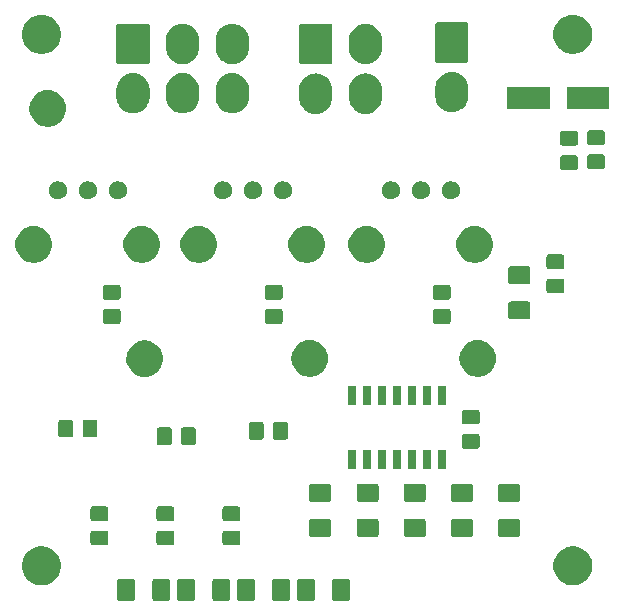
<source format=gbr>
G04 #@! TF.GenerationSoftware,KiCad,Pcbnew,(5.1.0)-1*
G04 #@! TF.CreationDate,2019-10-16T14:08:09+11:00*
G04 #@! TF.ProjectId,BSPD,42535044-2e6b-4696-9361-645f70636258,rev?*
G04 #@! TF.SameCoordinates,Original*
G04 #@! TF.FileFunction,Soldermask,Bot*
G04 #@! TF.FilePolarity,Negative*
%FSLAX46Y46*%
G04 Gerber Fmt 4.6, Leading zero omitted, Abs format (unit mm)*
G04 Created by KiCad (PCBNEW (5.1.0)-1) date 2019-10-16 14:08:09*
%MOMM*%
%LPD*%
G04 APERTURE LIST*
%ADD10C,0.100000*%
G04 APERTURE END LIST*
D10*
G36*
X79177562Y-107070181D02*
G01*
X79212481Y-107080774D01*
X79244663Y-107097976D01*
X79272873Y-107121127D01*
X79296024Y-107149337D01*
X79313226Y-107181519D01*
X79323819Y-107216438D01*
X79328000Y-107258895D01*
X79328000Y-108725105D01*
X79323819Y-108767562D01*
X79313226Y-108802481D01*
X79296024Y-108834663D01*
X79272873Y-108862873D01*
X79244663Y-108886024D01*
X79212481Y-108903226D01*
X79177562Y-108913819D01*
X79135105Y-108918000D01*
X77993895Y-108918000D01*
X77951438Y-108913819D01*
X77916519Y-108903226D01*
X77884337Y-108886024D01*
X77856127Y-108862873D01*
X77832976Y-108834663D01*
X77815774Y-108802481D01*
X77805181Y-108767562D01*
X77801000Y-108725105D01*
X77801000Y-107258895D01*
X77805181Y-107216438D01*
X77815774Y-107181519D01*
X77832976Y-107149337D01*
X77856127Y-107121127D01*
X77884337Y-107097976D01*
X77916519Y-107080774D01*
X77951438Y-107070181D01*
X77993895Y-107066000D01*
X79135105Y-107066000D01*
X79177562Y-107070181D01*
X79177562Y-107070181D01*
G37*
G36*
X94381062Y-107070181D02*
G01*
X94415981Y-107080774D01*
X94448163Y-107097976D01*
X94476373Y-107121127D01*
X94499524Y-107149337D01*
X94516726Y-107181519D01*
X94527319Y-107216438D01*
X94531500Y-107258895D01*
X94531500Y-108725105D01*
X94527319Y-108767562D01*
X94516726Y-108802481D01*
X94499524Y-108834663D01*
X94476373Y-108862873D01*
X94448163Y-108886024D01*
X94415981Y-108903226D01*
X94381062Y-108913819D01*
X94338605Y-108918000D01*
X93197395Y-108918000D01*
X93154938Y-108913819D01*
X93120019Y-108903226D01*
X93087837Y-108886024D01*
X93059627Y-108862873D01*
X93036476Y-108834663D01*
X93019274Y-108802481D01*
X93008681Y-108767562D01*
X93004500Y-108725105D01*
X93004500Y-107258895D01*
X93008681Y-107216438D01*
X93019274Y-107181519D01*
X93036476Y-107149337D01*
X93059627Y-107121127D01*
X93087837Y-107097976D01*
X93120019Y-107080774D01*
X93154938Y-107070181D01*
X93197395Y-107066000D01*
X94338605Y-107066000D01*
X94381062Y-107070181D01*
X94381062Y-107070181D01*
G37*
G36*
X89301062Y-107070181D02*
G01*
X89335981Y-107080774D01*
X89368163Y-107097976D01*
X89396373Y-107121127D01*
X89419524Y-107149337D01*
X89436726Y-107181519D01*
X89447319Y-107216438D01*
X89451500Y-107258895D01*
X89451500Y-108725105D01*
X89447319Y-108767562D01*
X89436726Y-108802481D01*
X89419524Y-108834663D01*
X89396373Y-108862873D01*
X89368163Y-108886024D01*
X89335981Y-108903226D01*
X89301062Y-108913819D01*
X89258605Y-108918000D01*
X88117395Y-108918000D01*
X88074938Y-108913819D01*
X88040019Y-108903226D01*
X88007837Y-108886024D01*
X87979627Y-108862873D01*
X87956476Y-108834663D01*
X87939274Y-108802481D01*
X87928681Y-108767562D01*
X87924500Y-108725105D01*
X87924500Y-107258895D01*
X87928681Y-107216438D01*
X87939274Y-107181519D01*
X87956476Y-107149337D01*
X87979627Y-107121127D01*
X88007837Y-107097976D01*
X88040019Y-107080774D01*
X88074938Y-107070181D01*
X88117395Y-107066000D01*
X89258605Y-107066000D01*
X89301062Y-107070181D01*
X89301062Y-107070181D01*
G37*
G36*
X92276062Y-107070181D02*
G01*
X92310981Y-107080774D01*
X92343163Y-107097976D01*
X92371373Y-107121127D01*
X92394524Y-107149337D01*
X92411726Y-107181519D01*
X92422319Y-107216438D01*
X92426500Y-107258895D01*
X92426500Y-108725105D01*
X92422319Y-108767562D01*
X92411726Y-108802481D01*
X92394524Y-108834663D01*
X92371373Y-108862873D01*
X92343163Y-108886024D01*
X92310981Y-108903226D01*
X92276062Y-108913819D01*
X92233605Y-108918000D01*
X91092395Y-108918000D01*
X91049938Y-108913819D01*
X91015019Y-108903226D01*
X90982837Y-108886024D01*
X90954627Y-108862873D01*
X90931476Y-108834663D01*
X90914274Y-108802481D01*
X90903681Y-108767562D01*
X90899500Y-108725105D01*
X90899500Y-107258895D01*
X90903681Y-107216438D01*
X90914274Y-107181519D01*
X90931476Y-107149337D01*
X90954627Y-107121127D01*
X90982837Y-107097976D01*
X91015019Y-107080774D01*
X91049938Y-107070181D01*
X91092395Y-107066000D01*
X92233605Y-107066000D01*
X92276062Y-107070181D01*
X92276062Y-107070181D01*
G37*
G36*
X84257562Y-107070181D02*
G01*
X84292481Y-107080774D01*
X84324663Y-107097976D01*
X84352873Y-107121127D01*
X84376024Y-107149337D01*
X84393226Y-107181519D01*
X84403819Y-107216438D01*
X84408000Y-107258895D01*
X84408000Y-108725105D01*
X84403819Y-108767562D01*
X84393226Y-108802481D01*
X84376024Y-108834663D01*
X84352873Y-108862873D01*
X84324663Y-108886024D01*
X84292481Y-108903226D01*
X84257562Y-108913819D01*
X84215105Y-108918000D01*
X83073895Y-108918000D01*
X83031438Y-108913819D01*
X82996519Y-108903226D01*
X82964337Y-108886024D01*
X82936127Y-108862873D01*
X82912976Y-108834663D01*
X82895774Y-108802481D01*
X82885181Y-108767562D01*
X82881000Y-108725105D01*
X82881000Y-107258895D01*
X82885181Y-107216438D01*
X82895774Y-107181519D01*
X82912976Y-107149337D01*
X82936127Y-107121127D01*
X82964337Y-107097976D01*
X82996519Y-107080774D01*
X83031438Y-107070181D01*
X83073895Y-107066000D01*
X84215105Y-107066000D01*
X84257562Y-107070181D01*
X84257562Y-107070181D01*
G37*
G36*
X87232562Y-107070181D02*
G01*
X87267481Y-107080774D01*
X87299663Y-107097976D01*
X87327873Y-107121127D01*
X87351024Y-107149337D01*
X87368226Y-107181519D01*
X87378819Y-107216438D01*
X87383000Y-107258895D01*
X87383000Y-108725105D01*
X87378819Y-108767562D01*
X87368226Y-108802481D01*
X87351024Y-108834663D01*
X87327873Y-108862873D01*
X87299663Y-108886024D01*
X87267481Y-108903226D01*
X87232562Y-108913819D01*
X87190105Y-108918000D01*
X86048895Y-108918000D01*
X86006438Y-108913819D01*
X85971519Y-108903226D01*
X85939337Y-108886024D01*
X85911127Y-108862873D01*
X85887976Y-108834663D01*
X85870774Y-108802481D01*
X85860181Y-108767562D01*
X85856000Y-108725105D01*
X85856000Y-107258895D01*
X85860181Y-107216438D01*
X85870774Y-107181519D01*
X85887976Y-107149337D01*
X85911127Y-107121127D01*
X85939337Y-107097976D01*
X85971519Y-107080774D01*
X86006438Y-107070181D01*
X86048895Y-107066000D01*
X87190105Y-107066000D01*
X87232562Y-107070181D01*
X87232562Y-107070181D01*
G37*
G36*
X82152562Y-107070181D02*
G01*
X82187481Y-107080774D01*
X82219663Y-107097976D01*
X82247873Y-107121127D01*
X82271024Y-107149337D01*
X82288226Y-107181519D01*
X82298819Y-107216438D01*
X82303000Y-107258895D01*
X82303000Y-108725105D01*
X82298819Y-108767562D01*
X82288226Y-108802481D01*
X82271024Y-108834663D01*
X82247873Y-108862873D01*
X82219663Y-108886024D01*
X82187481Y-108903226D01*
X82152562Y-108913819D01*
X82110105Y-108918000D01*
X80968895Y-108918000D01*
X80926438Y-108913819D01*
X80891519Y-108903226D01*
X80859337Y-108886024D01*
X80831127Y-108862873D01*
X80807976Y-108834663D01*
X80790774Y-108802481D01*
X80780181Y-108767562D01*
X80776000Y-108725105D01*
X80776000Y-107258895D01*
X80780181Y-107216438D01*
X80790774Y-107181519D01*
X80807976Y-107149337D01*
X80831127Y-107121127D01*
X80859337Y-107097976D01*
X80891519Y-107080774D01*
X80926438Y-107070181D01*
X80968895Y-107066000D01*
X82110105Y-107066000D01*
X82152562Y-107070181D01*
X82152562Y-107070181D01*
G37*
G36*
X97356062Y-107070181D02*
G01*
X97390981Y-107080774D01*
X97423163Y-107097976D01*
X97451373Y-107121127D01*
X97474524Y-107149337D01*
X97491726Y-107181519D01*
X97502319Y-107216438D01*
X97506500Y-107258895D01*
X97506500Y-108725105D01*
X97502319Y-108767562D01*
X97491726Y-108802481D01*
X97474524Y-108834663D01*
X97451373Y-108862873D01*
X97423163Y-108886024D01*
X97390981Y-108903226D01*
X97356062Y-108913819D01*
X97313605Y-108918000D01*
X96172395Y-108918000D01*
X96129938Y-108913819D01*
X96095019Y-108903226D01*
X96062837Y-108886024D01*
X96034627Y-108862873D01*
X96011476Y-108834663D01*
X95994274Y-108802481D01*
X95983681Y-108767562D01*
X95979500Y-108725105D01*
X95979500Y-107258895D01*
X95983681Y-107216438D01*
X95994274Y-107181519D01*
X96011476Y-107149337D01*
X96034627Y-107121127D01*
X96062837Y-107097976D01*
X96095019Y-107080774D01*
X96129938Y-107070181D01*
X96172395Y-107066000D01*
X97313605Y-107066000D01*
X97356062Y-107070181D01*
X97356062Y-107070181D01*
G37*
G36*
X71749256Y-104351298D02*
G01*
X71855579Y-104372447D01*
X72156042Y-104496903D01*
X72426451Y-104677585D01*
X72656415Y-104907549D01*
X72837097Y-105177958D01*
X72961553Y-105478421D01*
X73025000Y-105797391D01*
X73025000Y-106122609D01*
X72961553Y-106441579D01*
X72837097Y-106742042D01*
X72656415Y-107012451D01*
X72426451Y-107242415D01*
X72156042Y-107423097D01*
X71855579Y-107547553D01*
X71749256Y-107568702D01*
X71536611Y-107611000D01*
X71211389Y-107611000D01*
X70998744Y-107568702D01*
X70892421Y-107547553D01*
X70591958Y-107423097D01*
X70321549Y-107242415D01*
X70091585Y-107012451D01*
X69910903Y-106742042D01*
X69786447Y-106441579D01*
X69723000Y-106122609D01*
X69723000Y-105797391D01*
X69786447Y-105478421D01*
X69910903Y-105177958D01*
X70091585Y-104907549D01*
X70321549Y-104677585D01*
X70591958Y-104496903D01*
X70892421Y-104372447D01*
X70998744Y-104351298D01*
X71211389Y-104309000D01*
X71536611Y-104309000D01*
X71749256Y-104351298D01*
X71749256Y-104351298D01*
G37*
G36*
X116749256Y-104351298D02*
G01*
X116855579Y-104372447D01*
X117156042Y-104496903D01*
X117426451Y-104677585D01*
X117656415Y-104907549D01*
X117837097Y-105177958D01*
X117961553Y-105478421D01*
X118025000Y-105797391D01*
X118025000Y-106122609D01*
X117961553Y-106441579D01*
X117837097Y-106742042D01*
X117656415Y-107012451D01*
X117426451Y-107242415D01*
X117156042Y-107423097D01*
X116855579Y-107547553D01*
X116749256Y-107568702D01*
X116536611Y-107611000D01*
X116211389Y-107611000D01*
X115998744Y-107568702D01*
X115892421Y-107547553D01*
X115591958Y-107423097D01*
X115321549Y-107242415D01*
X115091585Y-107012451D01*
X114910903Y-106742042D01*
X114786447Y-106441579D01*
X114723000Y-106122609D01*
X114723000Y-105797391D01*
X114786447Y-105478421D01*
X114910903Y-105177958D01*
X115091585Y-104907549D01*
X115321549Y-104677585D01*
X115591958Y-104496903D01*
X115892421Y-104372447D01*
X115998744Y-104351298D01*
X116211389Y-104309000D01*
X116536611Y-104309000D01*
X116749256Y-104351298D01*
X116749256Y-104351298D01*
G37*
G36*
X82465674Y-102981465D02*
G01*
X82503367Y-102992899D01*
X82538103Y-103011466D01*
X82568548Y-103036452D01*
X82593534Y-103066897D01*
X82612101Y-103101633D01*
X82623535Y-103139326D01*
X82628000Y-103184661D01*
X82628000Y-104021339D01*
X82623535Y-104066674D01*
X82612101Y-104104367D01*
X82593534Y-104139103D01*
X82568548Y-104169548D01*
X82538103Y-104194534D01*
X82503367Y-104213101D01*
X82465674Y-104224535D01*
X82420339Y-104229000D01*
X81333661Y-104229000D01*
X81288326Y-104224535D01*
X81250633Y-104213101D01*
X81215897Y-104194534D01*
X81185452Y-104169548D01*
X81160466Y-104139103D01*
X81141899Y-104104367D01*
X81130465Y-104066674D01*
X81126000Y-104021339D01*
X81126000Y-103184661D01*
X81130465Y-103139326D01*
X81141899Y-103101633D01*
X81160466Y-103066897D01*
X81185452Y-103036452D01*
X81215897Y-103011466D01*
X81250633Y-102992899D01*
X81288326Y-102981465D01*
X81333661Y-102977000D01*
X82420339Y-102977000D01*
X82465674Y-102981465D01*
X82465674Y-102981465D01*
G37*
G36*
X88053674Y-102981465D02*
G01*
X88091367Y-102992899D01*
X88126103Y-103011466D01*
X88156548Y-103036452D01*
X88181534Y-103066897D01*
X88200101Y-103101633D01*
X88211535Y-103139326D01*
X88216000Y-103184661D01*
X88216000Y-104021339D01*
X88211535Y-104066674D01*
X88200101Y-104104367D01*
X88181534Y-104139103D01*
X88156548Y-104169548D01*
X88126103Y-104194534D01*
X88091367Y-104213101D01*
X88053674Y-104224535D01*
X88008339Y-104229000D01*
X86921661Y-104229000D01*
X86876326Y-104224535D01*
X86838633Y-104213101D01*
X86803897Y-104194534D01*
X86773452Y-104169548D01*
X86748466Y-104139103D01*
X86729899Y-104104367D01*
X86718465Y-104066674D01*
X86714000Y-104021339D01*
X86714000Y-103184661D01*
X86718465Y-103139326D01*
X86729899Y-103101633D01*
X86748466Y-103066897D01*
X86773452Y-103036452D01*
X86803897Y-103011466D01*
X86838633Y-102992899D01*
X86876326Y-102981465D01*
X86921661Y-102977000D01*
X88008339Y-102977000D01*
X88053674Y-102981465D01*
X88053674Y-102981465D01*
G37*
G36*
X76877674Y-102981465D02*
G01*
X76915367Y-102992899D01*
X76950103Y-103011466D01*
X76980548Y-103036452D01*
X77005534Y-103066897D01*
X77024101Y-103101633D01*
X77035535Y-103139326D01*
X77040000Y-103184661D01*
X77040000Y-104021339D01*
X77035535Y-104066674D01*
X77024101Y-104104367D01*
X77005534Y-104139103D01*
X76980548Y-104169548D01*
X76950103Y-104194534D01*
X76915367Y-104213101D01*
X76877674Y-104224535D01*
X76832339Y-104229000D01*
X75745661Y-104229000D01*
X75700326Y-104224535D01*
X75662633Y-104213101D01*
X75627897Y-104194534D01*
X75597452Y-104169548D01*
X75572466Y-104139103D01*
X75553899Y-104104367D01*
X75542465Y-104066674D01*
X75538000Y-104021339D01*
X75538000Y-103184661D01*
X75542465Y-103139326D01*
X75553899Y-103101633D01*
X75572466Y-103066897D01*
X75597452Y-103036452D01*
X75627897Y-103011466D01*
X75662633Y-102992899D01*
X75700326Y-102981465D01*
X75745661Y-102977000D01*
X76832339Y-102977000D01*
X76877674Y-102981465D01*
X76877674Y-102981465D01*
G37*
G36*
X111755962Y-102009081D02*
G01*
X111790881Y-102019674D01*
X111823063Y-102036876D01*
X111851273Y-102060027D01*
X111874424Y-102088237D01*
X111891626Y-102120419D01*
X111902219Y-102155338D01*
X111906400Y-102197795D01*
X111906400Y-103339005D01*
X111902219Y-103381462D01*
X111891626Y-103416381D01*
X111874424Y-103448563D01*
X111851273Y-103476773D01*
X111823063Y-103499924D01*
X111790881Y-103517126D01*
X111755962Y-103527719D01*
X111713505Y-103531900D01*
X110247295Y-103531900D01*
X110204838Y-103527719D01*
X110169919Y-103517126D01*
X110137737Y-103499924D01*
X110109527Y-103476773D01*
X110086376Y-103448563D01*
X110069174Y-103416381D01*
X110058581Y-103381462D01*
X110054400Y-103339005D01*
X110054400Y-102197795D01*
X110058581Y-102155338D01*
X110069174Y-102120419D01*
X110086376Y-102088237D01*
X110109527Y-102060027D01*
X110137737Y-102036876D01*
X110169919Y-102019674D01*
X110204838Y-102009081D01*
X110247295Y-102004900D01*
X111713505Y-102004900D01*
X111755962Y-102009081D01*
X111755962Y-102009081D01*
G37*
G36*
X107768162Y-101997981D02*
G01*
X107803081Y-102008574D01*
X107835263Y-102025776D01*
X107863473Y-102048927D01*
X107886624Y-102077137D01*
X107903826Y-102109319D01*
X107914419Y-102144238D01*
X107918600Y-102186695D01*
X107918600Y-103327905D01*
X107914419Y-103370362D01*
X107903826Y-103405281D01*
X107886624Y-103437463D01*
X107863473Y-103465673D01*
X107835263Y-103488824D01*
X107803081Y-103506026D01*
X107768162Y-103516619D01*
X107725705Y-103520800D01*
X106259495Y-103520800D01*
X106217038Y-103516619D01*
X106182119Y-103506026D01*
X106149937Y-103488824D01*
X106121727Y-103465673D01*
X106098576Y-103437463D01*
X106081374Y-103405281D01*
X106070781Y-103370362D01*
X106066600Y-103327905D01*
X106066600Y-102186695D01*
X106070781Y-102144238D01*
X106081374Y-102109319D01*
X106098576Y-102077137D01*
X106121727Y-102048927D01*
X106149937Y-102025776D01*
X106182119Y-102008574D01*
X106217038Y-101997981D01*
X106259495Y-101993800D01*
X107725705Y-101993800D01*
X107768162Y-101997981D01*
X107768162Y-101997981D01*
G37*
G36*
X95750062Y-101989181D02*
G01*
X95784981Y-101999774D01*
X95817163Y-102016976D01*
X95845373Y-102040127D01*
X95868524Y-102068337D01*
X95885726Y-102100519D01*
X95896319Y-102135438D01*
X95900500Y-102177895D01*
X95900500Y-103319105D01*
X95896319Y-103361562D01*
X95885726Y-103396481D01*
X95868524Y-103428663D01*
X95845373Y-103456873D01*
X95817163Y-103480024D01*
X95784981Y-103497226D01*
X95750062Y-103507819D01*
X95707605Y-103512000D01*
X94241395Y-103512000D01*
X94198938Y-103507819D01*
X94164019Y-103497226D01*
X94131837Y-103480024D01*
X94103627Y-103456873D01*
X94080476Y-103428663D01*
X94063274Y-103396481D01*
X94052681Y-103361562D01*
X94048500Y-103319105D01*
X94048500Y-102177895D01*
X94052681Y-102135438D01*
X94063274Y-102100519D01*
X94080476Y-102068337D01*
X94103627Y-102040127D01*
X94131837Y-102016976D01*
X94164019Y-101999774D01*
X94198938Y-101989181D01*
X94241395Y-101985000D01*
X95707605Y-101985000D01*
X95750062Y-101989181D01*
X95750062Y-101989181D01*
G37*
G36*
X103763762Y-101989181D02*
G01*
X103798681Y-101999774D01*
X103830863Y-102016976D01*
X103859073Y-102040127D01*
X103882224Y-102068337D01*
X103899426Y-102100519D01*
X103910019Y-102135438D01*
X103914200Y-102177895D01*
X103914200Y-103319105D01*
X103910019Y-103361562D01*
X103899426Y-103396481D01*
X103882224Y-103428663D01*
X103859073Y-103456873D01*
X103830863Y-103480024D01*
X103798681Y-103497226D01*
X103763762Y-103507819D01*
X103721305Y-103512000D01*
X102255095Y-103512000D01*
X102212638Y-103507819D01*
X102177719Y-103497226D01*
X102145537Y-103480024D01*
X102117327Y-103456873D01*
X102094176Y-103428663D01*
X102076974Y-103396481D01*
X102066381Y-103361562D01*
X102062200Y-103319105D01*
X102062200Y-102177895D01*
X102066381Y-102135438D01*
X102076974Y-102100519D01*
X102094176Y-102068337D01*
X102117327Y-102040127D01*
X102145537Y-102016976D01*
X102177719Y-101999774D01*
X102212638Y-101989181D01*
X102255095Y-101985000D01*
X103721305Y-101985000D01*
X103763762Y-101989181D01*
X103763762Y-101989181D01*
G37*
G36*
X99775962Y-101989181D02*
G01*
X99810881Y-101999774D01*
X99843063Y-102016976D01*
X99871273Y-102040127D01*
X99894424Y-102068337D01*
X99911626Y-102100519D01*
X99922219Y-102135438D01*
X99926400Y-102177895D01*
X99926400Y-103319105D01*
X99922219Y-103361562D01*
X99911626Y-103396481D01*
X99894424Y-103428663D01*
X99871273Y-103456873D01*
X99843063Y-103480024D01*
X99810881Y-103497226D01*
X99775962Y-103507819D01*
X99733505Y-103512000D01*
X98267295Y-103512000D01*
X98224838Y-103507819D01*
X98189919Y-103497226D01*
X98157737Y-103480024D01*
X98129527Y-103456873D01*
X98106376Y-103428663D01*
X98089174Y-103396481D01*
X98078581Y-103361562D01*
X98074400Y-103319105D01*
X98074400Y-102177895D01*
X98078581Y-102135438D01*
X98089174Y-102100519D01*
X98106376Y-102068337D01*
X98129527Y-102040127D01*
X98157737Y-102016976D01*
X98189919Y-101999774D01*
X98224838Y-101989181D01*
X98267295Y-101985000D01*
X99733505Y-101985000D01*
X99775962Y-101989181D01*
X99775962Y-101989181D01*
G37*
G36*
X88053674Y-100931465D02*
G01*
X88091367Y-100942899D01*
X88126103Y-100961466D01*
X88156548Y-100986452D01*
X88181534Y-101016897D01*
X88200101Y-101051633D01*
X88211535Y-101089326D01*
X88216000Y-101134661D01*
X88216000Y-101971339D01*
X88211535Y-102016674D01*
X88200101Y-102054367D01*
X88181534Y-102089103D01*
X88156548Y-102119548D01*
X88126103Y-102144534D01*
X88091367Y-102163101D01*
X88053674Y-102174535D01*
X88008339Y-102179000D01*
X86921661Y-102179000D01*
X86876326Y-102174535D01*
X86838633Y-102163101D01*
X86803897Y-102144534D01*
X86773452Y-102119548D01*
X86748466Y-102089103D01*
X86729899Y-102054367D01*
X86718465Y-102016674D01*
X86714000Y-101971339D01*
X86714000Y-101134661D01*
X86718465Y-101089326D01*
X86729899Y-101051633D01*
X86748466Y-101016897D01*
X86773452Y-100986452D01*
X86803897Y-100961466D01*
X86838633Y-100942899D01*
X86876326Y-100931465D01*
X86921661Y-100927000D01*
X88008339Y-100927000D01*
X88053674Y-100931465D01*
X88053674Y-100931465D01*
G37*
G36*
X82465674Y-100931465D02*
G01*
X82503367Y-100942899D01*
X82538103Y-100961466D01*
X82568548Y-100986452D01*
X82593534Y-101016897D01*
X82612101Y-101051633D01*
X82623535Y-101089326D01*
X82628000Y-101134661D01*
X82628000Y-101971339D01*
X82623535Y-102016674D01*
X82612101Y-102054367D01*
X82593534Y-102089103D01*
X82568548Y-102119548D01*
X82538103Y-102144534D01*
X82503367Y-102163101D01*
X82465674Y-102174535D01*
X82420339Y-102179000D01*
X81333661Y-102179000D01*
X81288326Y-102174535D01*
X81250633Y-102163101D01*
X81215897Y-102144534D01*
X81185452Y-102119548D01*
X81160466Y-102089103D01*
X81141899Y-102054367D01*
X81130465Y-102016674D01*
X81126000Y-101971339D01*
X81126000Y-101134661D01*
X81130465Y-101089326D01*
X81141899Y-101051633D01*
X81160466Y-101016897D01*
X81185452Y-100986452D01*
X81215897Y-100961466D01*
X81250633Y-100942899D01*
X81288326Y-100931465D01*
X81333661Y-100927000D01*
X82420339Y-100927000D01*
X82465674Y-100931465D01*
X82465674Y-100931465D01*
G37*
G36*
X76877674Y-100931465D02*
G01*
X76915367Y-100942899D01*
X76950103Y-100961466D01*
X76980548Y-100986452D01*
X77005534Y-101016897D01*
X77024101Y-101051633D01*
X77035535Y-101089326D01*
X77040000Y-101134661D01*
X77040000Y-101971339D01*
X77035535Y-102016674D01*
X77024101Y-102054367D01*
X77005534Y-102089103D01*
X76980548Y-102119548D01*
X76950103Y-102144534D01*
X76915367Y-102163101D01*
X76877674Y-102174535D01*
X76832339Y-102179000D01*
X75745661Y-102179000D01*
X75700326Y-102174535D01*
X75662633Y-102163101D01*
X75627897Y-102144534D01*
X75597452Y-102119548D01*
X75572466Y-102089103D01*
X75553899Y-102054367D01*
X75542465Y-102016674D01*
X75538000Y-101971339D01*
X75538000Y-101134661D01*
X75542465Y-101089326D01*
X75553899Y-101051633D01*
X75572466Y-101016897D01*
X75597452Y-100986452D01*
X75627897Y-100961466D01*
X75662633Y-100942899D01*
X75700326Y-100931465D01*
X75745661Y-100927000D01*
X76832339Y-100927000D01*
X76877674Y-100931465D01*
X76877674Y-100931465D01*
G37*
G36*
X111755962Y-99034081D02*
G01*
X111790881Y-99044674D01*
X111823063Y-99061876D01*
X111851273Y-99085027D01*
X111874424Y-99113237D01*
X111891626Y-99145419D01*
X111902219Y-99180338D01*
X111906400Y-99222795D01*
X111906400Y-100364005D01*
X111902219Y-100406462D01*
X111891626Y-100441381D01*
X111874424Y-100473563D01*
X111851273Y-100501773D01*
X111823063Y-100524924D01*
X111790881Y-100542126D01*
X111755962Y-100552719D01*
X111713505Y-100556900D01*
X110247295Y-100556900D01*
X110204838Y-100552719D01*
X110169919Y-100542126D01*
X110137737Y-100524924D01*
X110109527Y-100501773D01*
X110086376Y-100473563D01*
X110069174Y-100441381D01*
X110058581Y-100406462D01*
X110054400Y-100364005D01*
X110054400Y-99222795D01*
X110058581Y-99180338D01*
X110069174Y-99145419D01*
X110086376Y-99113237D01*
X110109527Y-99085027D01*
X110137737Y-99061876D01*
X110169919Y-99044674D01*
X110204838Y-99034081D01*
X110247295Y-99029900D01*
X111713505Y-99029900D01*
X111755962Y-99034081D01*
X111755962Y-99034081D01*
G37*
G36*
X107768162Y-99022981D02*
G01*
X107803081Y-99033574D01*
X107835263Y-99050776D01*
X107863473Y-99073927D01*
X107886624Y-99102137D01*
X107903826Y-99134319D01*
X107914419Y-99169238D01*
X107918600Y-99211695D01*
X107918600Y-100352905D01*
X107914419Y-100395362D01*
X107903826Y-100430281D01*
X107886624Y-100462463D01*
X107863473Y-100490673D01*
X107835263Y-100513824D01*
X107803081Y-100531026D01*
X107768162Y-100541619D01*
X107725705Y-100545800D01*
X106259495Y-100545800D01*
X106217038Y-100541619D01*
X106182119Y-100531026D01*
X106149937Y-100513824D01*
X106121727Y-100490673D01*
X106098576Y-100462463D01*
X106081374Y-100430281D01*
X106070781Y-100395362D01*
X106066600Y-100352905D01*
X106066600Y-99211695D01*
X106070781Y-99169238D01*
X106081374Y-99134319D01*
X106098576Y-99102137D01*
X106121727Y-99073927D01*
X106149937Y-99050776D01*
X106182119Y-99033574D01*
X106217038Y-99022981D01*
X106259495Y-99018800D01*
X107725705Y-99018800D01*
X107768162Y-99022981D01*
X107768162Y-99022981D01*
G37*
G36*
X95750062Y-99014181D02*
G01*
X95784981Y-99024774D01*
X95817163Y-99041976D01*
X95845373Y-99065127D01*
X95868524Y-99093337D01*
X95885726Y-99125519D01*
X95896319Y-99160438D01*
X95900500Y-99202895D01*
X95900500Y-100344105D01*
X95896319Y-100386562D01*
X95885726Y-100421481D01*
X95868524Y-100453663D01*
X95845373Y-100481873D01*
X95817163Y-100505024D01*
X95784981Y-100522226D01*
X95750062Y-100532819D01*
X95707605Y-100537000D01*
X94241395Y-100537000D01*
X94198938Y-100532819D01*
X94164019Y-100522226D01*
X94131837Y-100505024D01*
X94103627Y-100481873D01*
X94080476Y-100453663D01*
X94063274Y-100421481D01*
X94052681Y-100386562D01*
X94048500Y-100344105D01*
X94048500Y-99202895D01*
X94052681Y-99160438D01*
X94063274Y-99125519D01*
X94080476Y-99093337D01*
X94103627Y-99065127D01*
X94131837Y-99041976D01*
X94164019Y-99024774D01*
X94198938Y-99014181D01*
X94241395Y-99010000D01*
X95707605Y-99010000D01*
X95750062Y-99014181D01*
X95750062Y-99014181D01*
G37*
G36*
X103763762Y-99014181D02*
G01*
X103798681Y-99024774D01*
X103830863Y-99041976D01*
X103859073Y-99065127D01*
X103882224Y-99093337D01*
X103899426Y-99125519D01*
X103910019Y-99160438D01*
X103914200Y-99202895D01*
X103914200Y-100344105D01*
X103910019Y-100386562D01*
X103899426Y-100421481D01*
X103882224Y-100453663D01*
X103859073Y-100481873D01*
X103830863Y-100505024D01*
X103798681Y-100522226D01*
X103763762Y-100532819D01*
X103721305Y-100537000D01*
X102255095Y-100537000D01*
X102212638Y-100532819D01*
X102177719Y-100522226D01*
X102145537Y-100505024D01*
X102117327Y-100481873D01*
X102094176Y-100453663D01*
X102076974Y-100421481D01*
X102066381Y-100386562D01*
X102062200Y-100344105D01*
X102062200Y-99202895D01*
X102066381Y-99160438D01*
X102076974Y-99125519D01*
X102094176Y-99093337D01*
X102117327Y-99065127D01*
X102145537Y-99041976D01*
X102177719Y-99024774D01*
X102212638Y-99014181D01*
X102255095Y-99010000D01*
X103721305Y-99010000D01*
X103763762Y-99014181D01*
X103763762Y-99014181D01*
G37*
G36*
X99775962Y-99014181D02*
G01*
X99810881Y-99024774D01*
X99843063Y-99041976D01*
X99871273Y-99065127D01*
X99894424Y-99093337D01*
X99911626Y-99125519D01*
X99922219Y-99160438D01*
X99926400Y-99202895D01*
X99926400Y-100344105D01*
X99922219Y-100386562D01*
X99911626Y-100421481D01*
X99894424Y-100453663D01*
X99871273Y-100481873D01*
X99843063Y-100505024D01*
X99810881Y-100522226D01*
X99775962Y-100532819D01*
X99733505Y-100537000D01*
X98267295Y-100537000D01*
X98224838Y-100532819D01*
X98189919Y-100522226D01*
X98157737Y-100505024D01*
X98129527Y-100481873D01*
X98106376Y-100453663D01*
X98089174Y-100421481D01*
X98078581Y-100386562D01*
X98074400Y-100344105D01*
X98074400Y-99202895D01*
X98078581Y-99160438D01*
X98089174Y-99125519D01*
X98106376Y-99093337D01*
X98129527Y-99065127D01*
X98157737Y-99041976D01*
X98189919Y-99024774D01*
X98224838Y-99014181D01*
X98267295Y-99010000D01*
X99733505Y-99010000D01*
X99775962Y-99014181D01*
X99775962Y-99014181D01*
G37*
G36*
X104364000Y-97735000D02*
G01*
X103662000Y-97735000D01*
X103662000Y-96133000D01*
X104364000Y-96133000D01*
X104364000Y-97735000D01*
X104364000Y-97735000D01*
G37*
G36*
X98014000Y-97735000D02*
G01*
X97312000Y-97735000D01*
X97312000Y-96133000D01*
X98014000Y-96133000D01*
X98014000Y-97735000D01*
X98014000Y-97735000D01*
G37*
G36*
X99284000Y-97735000D02*
G01*
X98582000Y-97735000D01*
X98582000Y-96133000D01*
X99284000Y-96133000D01*
X99284000Y-97735000D01*
X99284000Y-97735000D01*
G37*
G36*
X100554000Y-97735000D02*
G01*
X99852000Y-97735000D01*
X99852000Y-96133000D01*
X100554000Y-96133000D01*
X100554000Y-97735000D01*
X100554000Y-97735000D01*
G37*
G36*
X103094000Y-97735000D02*
G01*
X102392000Y-97735000D01*
X102392000Y-96133000D01*
X103094000Y-96133000D01*
X103094000Y-97735000D01*
X103094000Y-97735000D01*
G37*
G36*
X105634000Y-97735000D02*
G01*
X104932000Y-97735000D01*
X104932000Y-96133000D01*
X105634000Y-96133000D01*
X105634000Y-97735000D01*
X105634000Y-97735000D01*
G37*
G36*
X101824000Y-97735000D02*
G01*
X101122000Y-97735000D01*
X101122000Y-96133000D01*
X101824000Y-96133000D01*
X101824000Y-97735000D01*
X101824000Y-97735000D01*
G37*
G36*
X108326674Y-94797465D02*
G01*
X108364367Y-94808899D01*
X108399103Y-94827466D01*
X108429548Y-94852452D01*
X108454534Y-94882897D01*
X108473101Y-94917633D01*
X108484535Y-94955326D01*
X108489000Y-95000661D01*
X108489000Y-95837339D01*
X108484535Y-95882674D01*
X108473101Y-95920367D01*
X108454534Y-95955103D01*
X108429548Y-95985548D01*
X108399103Y-96010534D01*
X108364367Y-96029101D01*
X108326674Y-96040535D01*
X108281339Y-96045000D01*
X107194661Y-96045000D01*
X107149326Y-96040535D01*
X107111633Y-96029101D01*
X107076897Y-96010534D01*
X107046452Y-95985548D01*
X107021466Y-95955103D01*
X107002899Y-95920367D01*
X106991465Y-95882674D01*
X106987000Y-95837339D01*
X106987000Y-95000661D01*
X106991465Y-94955326D01*
X107002899Y-94917633D01*
X107021466Y-94882897D01*
X107046452Y-94852452D01*
X107076897Y-94827466D01*
X107111633Y-94808899D01*
X107149326Y-94797465D01*
X107194661Y-94793000D01*
X108281339Y-94793000D01*
X108326674Y-94797465D01*
X108326674Y-94797465D01*
G37*
G36*
X82242674Y-94249465D02*
G01*
X82280367Y-94260899D01*
X82315103Y-94279466D01*
X82345548Y-94304452D01*
X82370534Y-94334897D01*
X82389101Y-94369633D01*
X82400535Y-94407326D01*
X82405000Y-94452661D01*
X82405000Y-95539339D01*
X82400535Y-95584674D01*
X82389101Y-95622367D01*
X82370534Y-95657103D01*
X82345548Y-95687548D01*
X82315103Y-95712534D01*
X82280367Y-95731101D01*
X82242674Y-95742535D01*
X82197339Y-95747000D01*
X81360661Y-95747000D01*
X81315326Y-95742535D01*
X81277633Y-95731101D01*
X81242897Y-95712534D01*
X81212452Y-95687548D01*
X81187466Y-95657103D01*
X81168899Y-95622367D01*
X81157465Y-95584674D01*
X81153000Y-95539339D01*
X81153000Y-94452661D01*
X81157465Y-94407326D01*
X81168899Y-94369633D01*
X81187466Y-94334897D01*
X81212452Y-94304452D01*
X81242897Y-94279466D01*
X81277633Y-94260899D01*
X81315326Y-94249465D01*
X81360661Y-94245000D01*
X82197339Y-94245000D01*
X82242674Y-94249465D01*
X82242674Y-94249465D01*
G37*
G36*
X84292674Y-94249465D02*
G01*
X84330367Y-94260899D01*
X84365103Y-94279466D01*
X84395548Y-94304452D01*
X84420534Y-94334897D01*
X84439101Y-94369633D01*
X84450535Y-94407326D01*
X84455000Y-94452661D01*
X84455000Y-95539339D01*
X84450535Y-95584674D01*
X84439101Y-95622367D01*
X84420534Y-95657103D01*
X84395548Y-95687548D01*
X84365103Y-95712534D01*
X84330367Y-95731101D01*
X84292674Y-95742535D01*
X84247339Y-95747000D01*
X83410661Y-95747000D01*
X83365326Y-95742535D01*
X83327633Y-95731101D01*
X83292897Y-95712534D01*
X83262452Y-95687548D01*
X83237466Y-95657103D01*
X83218899Y-95622367D01*
X83207465Y-95584674D01*
X83203000Y-95539339D01*
X83203000Y-94452661D01*
X83207465Y-94407326D01*
X83218899Y-94369633D01*
X83237466Y-94334897D01*
X83262452Y-94304452D01*
X83292897Y-94279466D01*
X83327633Y-94260899D01*
X83365326Y-94249465D01*
X83410661Y-94245000D01*
X84247339Y-94245000D01*
X84292674Y-94249465D01*
X84292674Y-94249465D01*
G37*
G36*
X92081674Y-93783465D02*
G01*
X92119367Y-93794899D01*
X92154103Y-93813466D01*
X92184548Y-93838452D01*
X92209534Y-93868897D01*
X92228101Y-93903633D01*
X92239535Y-93941326D01*
X92244000Y-93986661D01*
X92244000Y-95073339D01*
X92239535Y-95118674D01*
X92228101Y-95156367D01*
X92209534Y-95191103D01*
X92184548Y-95221548D01*
X92154103Y-95246534D01*
X92119367Y-95265101D01*
X92081674Y-95276535D01*
X92036339Y-95281000D01*
X91199661Y-95281000D01*
X91154326Y-95276535D01*
X91116633Y-95265101D01*
X91081897Y-95246534D01*
X91051452Y-95221548D01*
X91026466Y-95191103D01*
X91007899Y-95156367D01*
X90996465Y-95118674D01*
X90992000Y-95073339D01*
X90992000Y-93986661D01*
X90996465Y-93941326D01*
X91007899Y-93903633D01*
X91026466Y-93868897D01*
X91051452Y-93838452D01*
X91081897Y-93813466D01*
X91116633Y-93794899D01*
X91154326Y-93783465D01*
X91199661Y-93779000D01*
X92036339Y-93779000D01*
X92081674Y-93783465D01*
X92081674Y-93783465D01*
G37*
G36*
X90031674Y-93783465D02*
G01*
X90069367Y-93794899D01*
X90104103Y-93813466D01*
X90134548Y-93838452D01*
X90159534Y-93868897D01*
X90178101Y-93903633D01*
X90189535Y-93941326D01*
X90194000Y-93986661D01*
X90194000Y-95073339D01*
X90189535Y-95118674D01*
X90178101Y-95156367D01*
X90159534Y-95191103D01*
X90134548Y-95221548D01*
X90104103Y-95246534D01*
X90069367Y-95265101D01*
X90031674Y-95276535D01*
X89986339Y-95281000D01*
X89149661Y-95281000D01*
X89104326Y-95276535D01*
X89066633Y-95265101D01*
X89031897Y-95246534D01*
X89001452Y-95221548D01*
X88976466Y-95191103D01*
X88957899Y-95156367D01*
X88946465Y-95118674D01*
X88942000Y-95073339D01*
X88942000Y-93986661D01*
X88946465Y-93941326D01*
X88957899Y-93903633D01*
X88976466Y-93868897D01*
X89001452Y-93838452D01*
X89031897Y-93813466D01*
X89066633Y-93794899D01*
X89104326Y-93783465D01*
X89149661Y-93779000D01*
X89986339Y-93779000D01*
X90031674Y-93783465D01*
X90031674Y-93783465D01*
G37*
G36*
X73911674Y-93592965D02*
G01*
X73949367Y-93604399D01*
X73984103Y-93622966D01*
X74014548Y-93647952D01*
X74039534Y-93678397D01*
X74058101Y-93713133D01*
X74069535Y-93750826D01*
X74074000Y-93796161D01*
X74074000Y-94882839D01*
X74069535Y-94928174D01*
X74058101Y-94965867D01*
X74039534Y-95000603D01*
X74014548Y-95031048D01*
X73984103Y-95056034D01*
X73949367Y-95074601D01*
X73911674Y-95086035D01*
X73866339Y-95090500D01*
X73029661Y-95090500D01*
X72984326Y-95086035D01*
X72946633Y-95074601D01*
X72911897Y-95056034D01*
X72881452Y-95031048D01*
X72856466Y-95000603D01*
X72837899Y-94965867D01*
X72826465Y-94928174D01*
X72822000Y-94882839D01*
X72822000Y-93796161D01*
X72826465Y-93750826D01*
X72837899Y-93713133D01*
X72856466Y-93678397D01*
X72881452Y-93647952D01*
X72911897Y-93622966D01*
X72946633Y-93604399D01*
X72984326Y-93592965D01*
X73029661Y-93588500D01*
X73866339Y-93588500D01*
X73911674Y-93592965D01*
X73911674Y-93592965D01*
G37*
G36*
X75961674Y-93592965D02*
G01*
X75999367Y-93604399D01*
X76034103Y-93622966D01*
X76064548Y-93647952D01*
X76089534Y-93678397D01*
X76108101Y-93713133D01*
X76119535Y-93750826D01*
X76124000Y-93796161D01*
X76124000Y-94882839D01*
X76119535Y-94928174D01*
X76108101Y-94965867D01*
X76089534Y-95000603D01*
X76064548Y-95031048D01*
X76034103Y-95056034D01*
X75999367Y-95074601D01*
X75961674Y-95086035D01*
X75916339Y-95090500D01*
X75079661Y-95090500D01*
X75034326Y-95086035D01*
X74996633Y-95074601D01*
X74961897Y-95056034D01*
X74931452Y-95031048D01*
X74906466Y-95000603D01*
X74887899Y-94965867D01*
X74876465Y-94928174D01*
X74872000Y-94882839D01*
X74872000Y-93796161D01*
X74876465Y-93750826D01*
X74887899Y-93713133D01*
X74906466Y-93678397D01*
X74931452Y-93647952D01*
X74961897Y-93622966D01*
X74996633Y-93604399D01*
X75034326Y-93592965D01*
X75079661Y-93588500D01*
X75916339Y-93588500D01*
X75961674Y-93592965D01*
X75961674Y-93592965D01*
G37*
G36*
X108326674Y-92747465D02*
G01*
X108364367Y-92758899D01*
X108399103Y-92777466D01*
X108429548Y-92802452D01*
X108454534Y-92832897D01*
X108473101Y-92867633D01*
X108484535Y-92905326D01*
X108489000Y-92950661D01*
X108489000Y-93787339D01*
X108484535Y-93832674D01*
X108473101Y-93870367D01*
X108454534Y-93905103D01*
X108429548Y-93935548D01*
X108399103Y-93960534D01*
X108364367Y-93979101D01*
X108326674Y-93990535D01*
X108281339Y-93995000D01*
X107194661Y-93995000D01*
X107149326Y-93990535D01*
X107111633Y-93979101D01*
X107076897Y-93960534D01*
X107046452Y-93935548D01*
X107021466Y-93905103D01*
X107002899Y-93870367D01*
X106991465Y-93832674D01*
X106987000Y-93787339D01*
X106987000Y-92950661D01*
X106991465Y-92905326D01*
X107002899Y-92867633D01*
X107021466Y-92832897D01*
X107046452Y-92802452D01*
X107076897Y-92777466D01*
X107111633Y-92758899D01*
X107149326Y-92747465D01*
X107194661Y-92743000D01*
X108281339Y-92743000D01*
X108326674Y-92747465D01*
X108326674Y-92747465D01*
G37*
G36*
X100554000Y-92335000D02*
G01*
X99852000Y-92335000D01*
X99852000Y-90733000D01*
X100554000Y-90733000D01*
X100554000Y-92335000D01*
X100554000Y-92335000D01*
G37*
G36*
X99284000Y-92335000D02*
G01*
X98582000Y-92335000D01*
X98582000Y-90733000D01*
X99284000Y-90733000D01*
X99284000Y-92335000D01*
X99284000Y-92335000D01*
G37*
G36*
X98014000Y-92335000D02*
G01*
X97312000Y-92335000D01*
X97312000Y-90733000D01*
X98014000Y-90733000D01*
X98014000Y-92335000D01*
X98014000Y-92335000D01*
G37*
G36*
X101824000Y-92335000D02*
G01*
X101122000Y-92335000D01*
X101122000Y-90733000D01*
X101824000Y-90733000D01*
X101824000Y-92335000D01*
X101824000Y-92335000D01*
G37*
G36*
X103094000Y-92335000D02*
G01*
X102392000Y-92335000D01*
X102392000Y-90733000D01*
X103094000Y-90733000D01*
X103094000Y-92335000D01*
X103094000Y-92335000D01*
G37*
G36*
X104364000Y-92335000D02*
G01*
X103662000Y-92335000D01*
X103662000Y-90733000D01*
X104364000Y-90733000D01*
X104364000Y-92335000D01*
X104364000Y-92335000D01*
G37*
G36*
X105634000Y-92335000D02*
G01*
X104932000Y-92335000D01*
X104932000Y-90733000D01*
X105634000Y-90733000D01*
X105634000Y-92335000D01*
X105634000Y-92335000D01*
G37*
G36*
X80439585Y-86912802D02*
G01*
X80589410Y-86942604D01*
X80871674Y-87059521D01*
X81125705Y-87229259D01*
X81341741Y-87445295D01*
X81511479Y-87699326D01*
X81628396Y-87981590D01*
X81628396Y-87981591D01*
X81679646Y-88239239D01*
X81688000Y-88281240D01*
X81688000Y-88586760D01*
X81628396Y-88886410D01*
X81511479Y-89168674D01*
X81341741Y-89422705D01*
X81125705Y-89638741D01*
X80871674Y-89808479D01*
X80589410Y-89925396D01*
X80439585Y-89955198D01*
X80289761Y-89985000D01*
X79984239Y-89985000D01*
X79834415Y-89955198D01*
X79684590Y-89925396D01*
X79402326Y-89808479D01*
X79148295Y-89638741D01*
X78932259Y-89422705D01*
X78762521Y-89168674D01*
X78645604Y-88886410D01*
X78586000Y-88586760D01*
X78586000Y-88281240D01*
X78594355Y-88239239D01*
X78645604Y-87981591D01*
X78645604Y-87981590D01*
X78762521Y-87699326D01*
X78932259Y-87445295D01*
X79148295Y-87229259D01*
X79402326Y-87059521D01*
X79684590Y-86942604D01*
X79834415Y-86912802D01*
X79984239Y-86883000D01*
X80289761Y-86883000D01*
X80439585Y-86912802D01*
X80439585Y-86912802D01*
G37*
G36*
X108633585Y-86870802D02*
G01*
X108783410Y-86900604D01*
X109065674Y-87017521D01*
X109319705Y-87187259D01*
X109535741Y-87403295D01*
X109705479Y-87657326D01*
X109822396Y-87939590D01*
X109852198Y-88089415D01*
X109882000Y-88239239D01*
X109882000Y-88544761D01*
X109852198Y-88694585D01*
X109822396Y-88844410D01*
X109705479Y-89126674D01*
X109535741Y-89380705D01*
X109319705Y-89596741D01*
X109065674Y-89766479D01*
X108783410Y-89883396D01*
X108633585Y-89913198D01*
X108483761Y-89943000D01*
X108178239Y-89943000D01*
X108028415Y-89913198D01*
X107878590Y-89883396D01*
X107596326Y-89766479D01*
X107342295Y-89596741D01*
X107126259Y-89380705D01*
X106956521Y-89126674D01*
X106839604Y-88844410D01*
X106809802Y-88694585D01*
X106780000Y-88544761D01*
X106780000Y-88239239D01*
X106809802Y-88089415D01*
X106839604Y-87939590D01*
X106956521Y-87657326D01*
X107126259Y-87403295D01*
X107342295Y-87187259D01*
X107596326Y-87017521D01*
X107878590Y-86900604D01*
X108028415Y-86870802D01*
X108178239Y-86841000D01*
X108483761Y-86841000D01*
X108633585Y-86870802D01*
X108633585Y-86870802D01*
G37*
G36*
X94409585Y-86870802D02*
G01*
X94559410Y-86900604D01*
X94841674Y-87017521D01*
X95095705Y-87187259D01*
X95311741Y-87403295D01*
X95481479Y-87657326D01*
X95598396Y-87939590D01*
X95628198Y-88089415D01*
X95658000Y-88239239D01*
X95658000Y-88544761D01*
X95628198Y-88694585D01*
X95598396Y-88844410D01*
X95481479Y-89126674D01*
X95311741Y-89380705D01*
X95095705Y-89596741D01*
X94841674Y-89766479D01*
X94559410Y-89883396D01*
X94409585Y-89913198D01*
X94259761Y-89943000D01*
X93954239Y-89943000D01*
X93804415Y-89913198D01*
X93654590Y-89883396D01*
X93372326Y-89766479D01*
X93118295Y-89596741D01*
X92902259Y-89380705D01*
X92732521Y-89126674D01*
X92615604Y-88844410D01*
X92585802Y-88694585D01*
X92556000Y-88544761D01*
X92556000Y-88239239D01*
X92585802Y-88089415D01*
X92615604Y-87939590D01*
X92732521Y-87657326D01*
X92902259Y-87403295D01*
X93118295Y-87187259D01*
X93372326Y-87017521D01*
X93654590Y-86900604D01*
X93804415Y-86870802D01*
X93954239Y-86841000D01*
X94259761Y-86841000D01*
X94409585Y-86870802D01*
X94409585Y-86870802D01*
G37*
G36*
X77931674Y-84223465D02*
G01*
X77969367Y-84234899D01*
X78004103Y-84253466D01*
X78034548Y-84278452D01*
X78059534Y-84308897D01*
X78078101Y-84343633D01*
X78089535Y-84381326D01*
X78094000Y-84426661D01*
X78094000Y-85263339D01*
X78089535Y-85308674D01*
X78078101Y-85346367D01*
X78059534Y-85381103D01*
X78034548Y-85411548D01*
X78004103Y-85436534D01*
X77969367Y-85455101D01*
X77931674Y-85466535D01*
X77886339Y-85471000D01*
X76799661Y-85471000D01*
X76754326Y-85466535D01*
X76716633Y-85455101D01*
X76681897Y-85436534D01*
X76651452Y-85411548D01*
X76626466Y-85381103D01*
X76607899Y-85346367D01*
X76596465Y-85308674D01*
X76592000Y-85263339D01*
X76592000Y-84426661D01*
X76596465Y-84381326D01*
X76607899Y-84343633D01*
X76626466Y-84308897D01*
X76651452Y-84278452D01*
X76681897Y-84253466D01*
X76716633Y-84234899D01*
X76754326Y-84223465D01*
X76799661Y-84219000D01*
X77886339Y-84219000D01*
X77931674Y-84223465D01*
X77931674Y-84223465D01*
G37*
G36*
X91647674Y-84223465D02*
G01*
X91685367Y-84234899D01*
X91720103Y-84253466D01*
X91750548Y-84278452D01*
X91775534Y-84308897D01*
X91794101Y-84343633D01*
X91805535Y-84381326D01*
X91810000Y-84426661D01*
X91810000Y-85263339D01*
X91805535Y-85308674D01*
X91794101Y-85346367D01*
X91775534Y-85381103D01*
X91750548Y-85411548D01*
X91720103Y-85436534D01*
X91685367Y-85455101D01*
X91647674Y-85466535D01*
X91602339Y-85471000D01*
X90515661Y-85471000D01*
X90470326Y-85466535D01*
X90432633Y-85455101D01*
X90397897Y-85436534D01*
X90367452Y-85411548D01*
X90342466Y-85381103D01*
X90323899Y-85346367D01*
X90312465Y-85308674D01*
X90308000Y-85263339D01*
X90308000Y-84426661D01*
X90312465Y-84381326D01*
X90323899Y-84343633D01*
X90342466Y-84308897D01*
X90367452Y-84278452D01*
X90397897Y-84253466D01*
X90432633Y-84234899D01*
X90470326Y-84223465D01*
X90515661Y-84219000D01*
X91602339Y-84219000D01*
X91647674Y-84223465D01*
X91647674Y-84223465D01*
G37*
G36*
X105871674Y-84223465D02*
G01*
X105909367Y-84234899D01*
X105944103Y-84253466D01*
X105974548Y-84278452D01*
X105999534Y-84308897D01*
X106018101Y-84343633D01*
X106029535Y-84381326D01*
X106034000Y-84426661D01*
X106034000Y-85263339D01*
X106029535Y-85308674D01*
X106018101Y-85346367D01*
X105999534Y-85381103D01*
X105974548Y-85411548D01*
X105944103Y-85436534D01*
X105909367Y-85455101D01*
X105871674Y-85466535D01*
X105826339Y-85471000D01*
X104739661Y-85471000D01*
X104694326Y-85466535D01*
X104656633Y-85455101D01*
X104621897Y-85436534D01*
X104591452Y-85411548D01*
X104566466Y-85381103D01*
X104547899Y-85346367D01*
X104536465Y-85308674D01*
X104532000Y-85263339D01*
X104532000Y-84426661D01*
X104536465Y-84381326D01*
X104547899Y-84343633D01*
X104566466Y-84308897D01*
X104591452Y-84278452D01*
X104621897Y-84253466D01*
X104656633Y-84234899D01*
X104694326Y-84223465D01*
X104739661Y-84219000D01*
X105826339Y-84219000D01*
X105871674Y-84223465D01*
X105871674Y-84223465D01*
G37*
G36*
X112624562Y-83584681D02*
G01*
X112659481Y-83595274D01*
X112691663Y-83612476D01*
X112719873Y-83635627D01*
X112743024Y-83663837D01*
X112760226Y-83696019D01*
X112770819Y-83730938D01*
X112775000Y-83773395D01*
X112775000Y-84914605D01*
X112770819Y-84957062D01*
X112760226Y-84991981D01*
X112743024Y-85024163D01*
X112719873Y-85052373D01*
X112691663Y-85075524D01*
X112659481Y-85092726D01*
X112624562Y-85103319D01*
X112582105Y-85107500D01*
X111115895Y-85107500D01*
X111073438Y-85103319D01*
X111038519Y-85092726D01*
X111006337Y-85075524D01*
X110978127Y-85052373D01*
X110954976Y-85024163D01*
X110937774Y-84991981D01*
X110927181Y-84957062D01*
X110923000Y-84914605D01*
X110923000Y-83773395D01*
X110927181Y-83730938D01*
X110937774Y-83696019D01*
X110954976Y-83663837D01*
X110978127Y-83635627D01*
X111006337Y-83612476D01*
X111038519Y-83595274D01*
X111073438Y-83584681D01*
X111115895Y-83580500D01*
X112582105Y-83580500D01*
X112624562Y-83584681D01*
X112624562Y-83584681D01*
G37*
G36*
X77931674Y-82173465D02*
G01*
X77969367Y-82184899D01*
X78004103Y-82203466D01*
X78034548Y-82228452D01*
X78059534Y-82258897D01*
X78078101Y-82293633D01*
X78089535Y-82331326D01*
X78094000Y-82376661D01*
X78094000Y-83213339D01*
X78089535Y-83258674D01*
X78078101Y-83296367D01*
X78059534Y-83331103D01*
X78034548Y-83361548D01*
X78004103Y-83386534D01*
X77969367Y-83405101D01*
X77931674Y-83416535D01*
X77886339Y-83421000D01*
X76799661Y-83421000D01*
X76754326Y-83416535D01*
X76716633Y-83405101D01*
X76681897Y-83386534D01*
X76651452Y-83361548D01*
X76626466Y-83331103D01*
X76607899Y-83296367D01*
X76596465Y-83258674D01*
X76592000Y-83213339D01*
X76592000Y-82376661D01*
X76596465Y-82331326D01*
X76607899Y-82293633D01*
X76626466Y-82258897D01*
X76651452Y-82228452D01*
X76681897Y-82203466D01*
X76716633Y-82184899D01*
X76754326Y-82173465D01*
X76799661Y-82169000D01*
X77886339Y-82169000D01*
X77931674Y-82173465D01*
X77931674Y-82173465D01*
G37*
G36*
X91647674Y-82173465D02*
G01*
X91685367Y-82184899D01*
X91720103Y-82203466D01*
X91750548Y-82228452D01*
X91775534Y-82258897D01*
X91794101Y-82293633D01*
X91805535Y-82331326D01*
X91810000Y-82376661D01*
X91810000Y-83213339D01*
X91805535Y-83258674D01*
X91794101Y-83296367D01*
X91775534Y-83331103D01*
X91750548Y-83361548D01*
X91720103Y-83386534D01*
X91685367Y-83405101D01*
X91647674Y-83416535D01*
X91602339Y-83421000D01*
X90515661Y-83421000D01*
X90470326Y-83416535D01*
X90432633Y-83405101D01*
X90397897Y-83386534D01*
X90367452Y-83361548D01*
X90342466Y-83331103D01*
X90323899Y-83296367D01*
X90312465Y-83258674D01*
X90308000Y-83213339D01*
X90308000Y-82376661D01*
X90312465Y-82331326D01*
X90323899Y-82293633D01*
X90342466Y-82258897D01*
X90367452Y-82228452D01*
X90397897Y-82203466D01*
X90432633Y-82184899D01*
X90470326Y-82173465D01*
X90515661Y-82169000D01*
X91602339Y-82169000D01*
X91647674Y-82173465D01*
X91647674Y-82173465D01*
G37*
G36*
X105871674Y-82173465D02*
G01*
X105909367Y-82184899D01*
X105944103Y-82203466D01*
X105974548Y-82228452D01*
X105999534Y-82258897D01*
X106018101Y-82293633D01*
X106029535Y-82331326D01*
X106034000Y-82376661D01*
X106034000Y-83213339D01*
X106029535Y-83258674D01*
X106018101Y-83296367D01*
X105999534Y-83331103D01*
X105974548Y-83361548D01*
X105944103Y-83386534D01*
X105909367Y-83405101D01*
X105871674Y-83416535D01*
X105826339Y-83421000D01*
X104739661Y-83421000D01*
X104694326Y-83416535D01*
X104656633Y-83405101D01*
X104621897Y-83386534D01*
X104591452Y-83361548D01*
X104566466Y-83331103D01*
X104547899Y-83296367D01*
X104536465Y-83258674D01*
X104532000Y-83213339D01*
X104532000Y-82376661D01*
X104536465Y-82331326D01*
X104547899Y-82293633D01*
X104566466Y-82258897D01*
X104591452Y-82228452D01*
X104621897Y-82203466D01*
X104656633Y-82184899D01*
X104694326Y-82173465D01*
X104739661Y-82169000D01*
X105826339Y-82169000D01*
X105871674Y-82173465D01*
X105871674Y-82173465D01*
G37*
G36*
X115485674Y-81645465D02*
G01*
X115523367Y-81656899D01*
X115558103Y-81675466D01*
X115588548Y-81700452D01*
X115613534Y-81730897D01*
X115632101Y-81765633D01*
X115643535Y-81803326D01*
X115648000Y-81848661D01*
X115648000Y-82685339D01*
X115643535Y-82730674D01*
X115632101Y-82768367D01*
X115613534Y-82803103D01*
X115588548Y-82833548D01*
X115558103Y-82858534D01*
X115523367Y-82877101D01*
X115485674Y-82888535D01*
X115440339Y-82893000D01*
X114353661Y-82893000D01*
X114308326Y-82888535D01*
X114270633Y-82877101D01*
X114235897Y-82858534D01*
X114205452Y-82833548D01*
X114180466Y-82803103D01*
X114161899Y-82768367D01*
X114150465Y-82730674D01*
X114146000Y-82685339D01*
X114146000Y-81848661D01*
X114150465Y-81803326D01*
X114161899Y-81765633D01*
X114180466Y-81730897D01*
X114205452Y-81700452D01*
X114235897Y-81675466D01*
X114270633Y-81656899D01*
X114308326Y-81645465D01*
X114353661Y-81641000D01*
X115440339Y-81641000D01*
X115485674Y-81645465D01*
X115485674Y-81645465D01*
G37*
G36*
X112624562Y-80609681D02*
G01*
X112659481Y-80620274D01*
X112691663Y-80637476D01*
X112719873Y-80660627D01*
X112743024Y-80688837D01*
X112760226Y-80721019D01*
X112770819Y-80755938D01*
X112775000Y-80798395D01*
X112775000Y-81939605D01*
X112770819Y-81982062D01*
X112760226Y-82016981D01*
X112743024Y-82049163D01*
X112719873Y-82077373D01*
X112691663Y-82100524D01*
X112659481Y-82117726D01*
X112624562Y-82128319D01*
X112582105Y-82132500D01*
X111115895Y-82132500D01*
X111073438Y-82128319D01*
X111038519Y-82117726D01*
X111006337Y-82100524D01*
X110978127Y-82077373D01*
X110954976Y-82049163D01*
X110937774Y-82016981D01*
X110927181Y-81982062D01*
X110923000Y-81939605D01*
X110923000Y-80798395D01*
X110927181Y-80755938D01*
X110937774Y-80721019D01*
X110954976Y-80688837D01*
X110978127Y-80660627D01*
X111006337Y-80637476D01*
X111038519Y-80620274D01*
X111073438Y-80609681D01*
X111115895Y-80605500D01*
X112582105Y-80605500D01*
X112624562Y-80609681D01*
X112624562Y-80609681D01*
G37*
G36*
X115485674Y-79595465D02*
G01*
X115523367Y-79606899D01*
X115558103Y-79625466D01*
X115588548Y-79650452D01*
X115613534Y-79680897D01*
X115632101Y-79715633D01*
X115643535Y-79753326D01*
X115648000Y-79798661D01*
X115648000Y-80635339D01*
X115643535Y-80680674D01*
X115632101Y-80718367D01*
X115613534Y-80753103D01*
X115588548Y-80783548D01*
X115558103Y-80808534D01*
X115523367Y-80827101D01*
X115485674Y-80838535D01*
X115440339Y-80843000D01*
X114353661Y-80843000D01*
X114308326Y-80838535D01*
X114270633Y-80827101D01*
X114235897Y-80808534D01*
X114205452Y-80783548D01*
X114180466Y-80753103D01*
X114161899Y-80718367D01*
X114150465Y-80680674D01*
X114146000Y-80635339D01*
X114146000Y-79798661D01*
X114150465Y-79753326D01*
X114161899Y-79715633D01*
X114180466Y-79680897D01*
X114205452Y-79650452D01*
X114235897Y-79625466D01*
X114270633Y-79606899D01*
X114308326Y-79595465D01*
X114353661Y-79591000D01*
X115440339Y-79591000D01*
X115485674Y-79595465D01*
X115485674Y-79595465D01*
G37*
G36*
X108379585Y-77218802D02*
G01*
X108529410Y-77248604D01*
X108811674Y-77365521D01*
X109065705Y-77535259D01*
X109281741Y-77751295D01*
X109451479Y-78005326D01*
X109568396Y-78287590D01*
X109628000Y-78587240D01*
X109628000Y-78892760D01*
X109568396Y-79192410D01*
X109451479Y-79474674D01*
X109281741Y-79728705D01*
X109065705Y-79944741D01*
X108811674Y-80114479D01*
X108529410Y-80231396D01*
X108379585Y-80261198D01*
X108229761Y-80291000D01*
X107924239Y-80291000D01*
X107774415Y-80261198D01*
X107624590Y-80231396D01*
X107342326Y-80114479D01*
X107088295Y-79944741D01*
X106872259Y-79728705D01*
X106702521Y-79474674D01*
X106585604Y-79192410D01*
X106526000Y-78892760D01*
X106526000Y-78587240D01*
X106585604Y-78287590D01*
X106702521Y-78005326D01*
X106872259Y-77751295D01*
X107088295Y-77535259D01*
X107342326Y-77365521D01*
X107624590Y-77248604D01*
X107774415Y-77218802D01*
X107924239Y-77189000D01*
X108229761Y-77189000D01*
X108379585Y-77218802D01*
X108379585Y-77218802D01*
G37*
G36*
X99235585Y-77218802D02*
G01*
X99385410Y-77248604D01*
X99667674Y-77365521D01*
X99921705Y-77535259D01*
X100137741Y-77751295D01*
X100307479Y-78005326D01*
X100424396Y-78287590D01*
X100484000Y-78587240D01*
X100484000Y-78892760D01*
X100424396Y-79192410D01*
X100307479Y-79474674D01*
X100137741Y-79728705D01*
X99921705Y-79944741D01*
X99667674Y-80114479D01*
X99385410Y-80231396D01*
X99235585Y-80261198D01*
X99085761Y-80291000D01*
X98780239Y-80291000D01*
X98630415Y-80261198D01*
X98480590Y-80231396D01*
X98198326Y-80114479D01*
X97944295Y-79944741D01*
X97728259Y-79728705D01*
X97558521Y-79474674D01*
X97441604Y-79192410D01*
X97382000Y-78892760D01*
X97382000Y-78587240D01*
X97441604Y-78287590D01*
X97558521Y-78005326D01*
X97728259Y-77751295D01*
X97944295Y-77535259D01*
X98198326Y-77365521D01*
X98480590Y-77248604D01*
X98630415Y-77218802D01*
X98780239Y-77189000D01*
X99085761Y-77189000D01*
X99235585Y-77218802D01*
X99235585Y-77218802D01*
G37*
G36*
X94155585Y-77218802D02*
G01*
X94305410Y-77248604D01*
X94587674Y-77365521D01*
X94841705Y-77535259D01*
X95057741Y-77751295D01*
X95227479Y-78005326D01*
X95344396Y-78287590D01*
X95404000Y-78587240D01*
X95404000Y-78892760D01*
X95344396Y-79192410D01*
X95227479Y-79474674D01*
X95057741Y-79728705D01*
X94841705Y-79944741D01*
X94587674Y-80114479D01*
X94305410Y-80231396D01*
X94155585Y-80261198D01*
X94005761Y-80291000D01*
X93700239Y-80291000D01*
X93550415Y-80261198D01*
X93400590Y-80231396D01*
X93118326Y-80114479D01*
X92864295Y-79944741D01*
X92648259Y-79728705D01*
X92478521Y-79474674D01*
X92361604Y-79192410D01*
X92302000Y-78892760D01*
X92302000Y-78587240D01*
X92361604Y-78287590D01*
X92478521Y-78005326D01*
X92648259Y-77751295D01*
X92864295Y-77535259D01*
X93118326Y-77365521D01*
X93400590Y-77248604D01*
X93550415Y-77218802D01*
X93700239Y-77189000D01*
X94005761Y-77189000D01*
X94155585Y-77218802D01*
X94155585Y-77218802D01*
G37*
G36*
X85011585Y-77218802D02*
G01*
X85161410Y-77248604D01*
X85443674Y-77365521D01*
X85697705Y-77535259D01*
X85913741Y-77751295D01*
X86083479Y-78005326D01*
X86200396Y-78287590D01*
X86260000Y-78587240D01*
X86260000Y-78892760D01*
X86200396Y-79192410D01*
X86083479Y-79474674D01*
X85913741Y-79728705D01*
X85697705Y-79944741D01*
X85443674Y-80114479D01*
X85161410Y-80231396D01*
X85011585Y-80261198D01*
X84861761Y-80291000D01*
X84556239Y-80291000D01*
X84406415Y-80261198D01*
X84256590Y-80231396D01*
X83974326Y-80114479D01*
X83720295Y-79944741D01*
X83504259Y-79728705D01*
X83334521Y-79474674D01*
X83217604Y-79192410D01*
X83158000Y-78892760D01*
X83158000Y-78587240D01*
X83217604Y-78287590D01*
X83334521Y-78005326D01*
X83504259Y-77751295D01*
X83720295Y-77535259D01*
X83974326Y-77365521D01*
X84256590Y-77248604D01*
X84406415Y-77218802D01*
X84556239Y-77189000D01*
X84861761Y-77189000D01*
X85011585Y-77218802D01*
X85011585Y-77218802D01*
G37*
G36*
X80185585Y-77218802D02*
G01*
X80335410Y-77248604D01*
X80617674Y-77365521D01*
X80871705Y-77535259D01*
X81087741Y-77751295D01*
X81257479Y-78005326D01*
X81374396Y-78287590D01*
X81434000Y-78587240D01*
X81434000Y-78892760D01*
X81374396Y-79192410D01*
X81257479Y-79474674D01*
X81087741Y-79728705D01*
X80871705Y-79944741D01*
X80617674Y-80114479D01*
X80335410Y-80231396D01*
X80185585Y-80261198D01*
X80035761Y-80291000D01*
X79730239Y-80291000D01*
X79580415Y-80261198D01*
X79430590Y-80231396D01*
X79148326Y-80114479D01*
X78894295Y-79944741D01*
X78678259Y-79728705D01*
X78508521Y-79474674D01*
X78391604Y-79192410D01*
X78332000Y-78892760D01*
X78332000Y-78587240D01*
X78391604Y-78287590D01*
X78508521Y-78005326D01*
X78678259Y-77751295D01*
X78894295Y-77535259D01*
X79148326Y-77365521D01*
X79430590Y-77248604D01*
X79580415Y-77218802D01*
X79730239Y-77189000D01*
X80035761Y-77189000D01*
X80185585Y-77218802D01*
X80185585Y-77218802D01*
G37*
G36*
X71041585Y-77218802D02*
G01*
X71191410Y-77248604D01*
X71473674Y-77365521D01*
X71727705Y-77535259D01*
X71943741Y-77751295D01*
X72113479Y-78005326D01*
X72230396Y-78287590D01*
X72290000Y-78587240D01*
X72290000Y-78892760D01*
X72230396Y-79192410D01*
X72113479Y-79474674D01*
X71943741Y-79728705D01*
X71727705Y-79944741D01*
X71473674Y-80114479D01*
X71191410Y-80231396D01*
X71041585Y-80261198D01*
X70891761Y-80291000D01*
X70586239Y-80291000D01*
X70436415Y-80261198D01*
X70286590Y-80231396D01*
X70004326Y-80114479D01*
X69750295Y-79944741D01*
X69534259Y-79728705D01*
X69364521Y-79474674D01*
X69247604Y-79192410D01*
X69188000Y-78892760D01*
X69188000Y-78587240D01*
X69247604Y-78287590D01*
X69364521Y-78005326D01*
X69534259Y-77751295D01*
X69750295Y-77535259D01*
X70004326Y-77365521D01*
X70286590Y-77248604D01*
X70436415Y-77218802D01*
X70586239Y-77189000D01*
X70891761Y-77189000D01*
X71041585Y-77218802D01*
X71041585Y-77218802D01*
G37*
G36*
X75436589Y-73406876D02*
G01*
X75535893Y-73426629D01*
X75676206Y-73484748D01*
X75802484Y-73569125D01*
X75909875Y-73676516D01*
X75994252Y-73802794D01*
X76052371Y-73943107D01*
X76082000Y-74092063D01*
X76082000Y-74243937D01*
X76052371Y-74392893D01*
X75994252Y-74533206D01*
X75909875Y-74659484D01*
X75802484Y-74766875D01*
X75676206Y-74851252D01*
X75535893Y-74909371D01*
X75436589Y-74929124D01*
X75386938Y-74939000D01*
X75235062Y-74939000D01*
X75185411Y-74929124D01*
X75086107Y-74909371D01*
X74945794Y-74851252D01*
X74819516Y-74766875D01*
X74712125Y-74659484D01*
X74627748Y-74533206D01*
X74569629Y-74392893D01*
X74540000Y-74243937D01*
X74540000Y-74092063D01*
X74569629Y-73943107D01*
X74627748Y-73802794D01*
X74712125Y-73676516D01*
X74819516Y-73569125D01*
X74945794Y-73484748D01*
X75086107Y-73426629D01*
X75185411Y-73406876D01*
X75235062Y-73397000D01*
X75386938Y-73397000D01*
X75436589Y-73406876D01*
X75436589Y-73406876D01*
G37*
G36*
X72896589Y-73406876D02*
G01*
X72995893Y-73426629D01*
X73136206Y-73484748D01*
X73262484Y-73569125D01*
X73369875Y-73676516D01*
X73454252Y-73802794D01*
X73512371Y-73943107D01*
X73542000Y-74092063D01*
X73542000Y-74243937D01*
X73512371Y-74392893D01*
X73454252Y-74533206D01*
X73369875Y-74659484D01*
X73262484Y-74766875D01*
X73136206Y-74851252D01*
X72995893Y-74909371D01*
X72896589Y-74929124D01*
X72846938Y-74939000D01*
X72695062Y-74939000D01*
X72645411Y-74929124D01*
X72546107Y-74909371D01*
X72405794Y-74851252D01*
X72279516Y-74766875D01*
X72172125Y-74659484D01*
X72087748Y-74533206D01*
X72029629Y-74392893D01*
X72000000Y-74243937D01*
X72000000Y-74092063D01*
X72029629Y-73943107D01*
X72087748Y-73802794D01*
X72172125Y-73676516D01*
X72279516Y-73569125D01*
X72405794Y-73484748D01*
X72546107Y-73426629D01*
X72645411Y-73406876D01*
X72695062Y-73397000D01*
X72846938Y-73397000D01*
X72896589Y-73406876D01*
X72896589Y-73406876D01*
G37*
G36*
X86866589Y-73406876D02*
G01*
X86965893Y-73426629D01*
X87106206Y-73484748D01*
X87232484Y-73569125D01*
X87339875Y-73676516D01*
X87424252Y-73802794D01*
X87482371Y-73943107D01*
X87512000Y-74092063D01*
X87512000Y-74243937D01*
X87482371Y-74392893D01*
X87424252Y-74533206D01*
X87339875Y-74659484D01*
X87232484Y-74766875D01*
X87106206Y-74851252D01*
X86965893Y-74909371D01*
X86866589Y-74929124D01*
X86816938Y-74939000D01*
X86665062Y-74939000D01*
X86615411Y-74929124D01*
X86516107Y-74909371D01*
X86375794Y-74851252D01*
X86249516Y-74766875D01*
X86142125Y-74659484D01*
X86057748Y-74533206D01*
X85999629Y-74392893D01*
X85970000Y-74243937D01*
X85970000Y-74092063D01*
X85999629Y-73943107D01*
X86057748Y-73802794D01*
X86142125Y-73676516D01*
X86249516Y-73569125D01*
X86375794Y-73484748D01*
X86516107Y-73426629D01*
X86615411Y-73406876D01*
X86665062Y-73397000D01*
X86816938Y-73397000D01*
X86866589Y-73406876D01*
X86866589Y-73406876D01*
G37*
G36*
X89406589Y-73406876D02*
G01*
X89505893Y-73426629D01*
X89646206Y-73484748D01*
X89772484Y-73569125D01*
X89879875Y-73676516D01*
X89964252Y-73802794D01*
X90022371Y-73943107D01*
X90052000Y-74092063D01*
X90052000Y-74243937D01*
X90022371Y-74392893D01*
X89964252Y-74533206D01*
X89879875Y-74659484D01*
X89772484Y-74766875D01*
X89646206Y-74851252D01*
X89505893Y-74909371D01*
X89406589Y-74929124D01*
X89356938Y-74939000D01*
X89205062Y-74939000D01*
X89155411Y-74929124D01*
X89056107Y-74909371D01*
X88915794Y-74851252D01*
X88789516Y-74766875D01*
X88682125Y-74659484D01*
X88597748Y-74533206D01*
X88539629Y-74392893D01*
X88510000Y-74243937D01*
X88510000Y-74092063D01*
X88539629Y-73943107D01*
X88597748Y-73802794D01*
X88682125Y-73676516D01*
X88789516Y-73569125D01*
X88915794Y-73484748D01*
X89056107Y-73426629D01*
X89155411Y-73406876D01*
X89205062Y-73397000D01*
X89356938Y-73397000D01*
X89406589Y-73406876D01*
X89406589Y-73406876D01*
G37*
G36*
X103630589Y-73406876D02*
G01*
X103729893Y-73426629D01*
X103870206Y-73484748D01*
X103996484Y-73569125D01*
X104103875Y-73676516D01*
X104188252Y-73802794D01*
X104246371Y-73943107D01*
X104276000Y-74092063D01*
X104276000Y-74243937D01*
X104246371Y-74392893D01*
X104188252Y-74533206D01*
X104103875Y-74659484D01*
X103996484Y-74766875D01*
X103870206Y-74851252D01*
X103729893Y-74909371D01*
X103630589Y-74929124D01*
X103580938Y-74939000D01*
X103429062Y-74939000D01*
X103379411Y-74929124D01*
X103280107Y-74909371D01*
X103139794Y-74851252D01*
X103013516Y-74766875D01*
X102906125Y-74659484D01*
X102821748Y-74533206D01*
X102763629Y-74392893D01*
X102734000Y-74243937D01*
X102734000Y-74092063D01*
X102763629Y-73943107D01*
X102821748Y-73802794D01*
X102906125Y-73676516D01*
X103013516Y-73569125D01*
X103139794Y-73484748D01*
X103280107Y-73426629D01*
X103379411Y-73406876D01*
X103429062Y-73397000D01*
X103580938Y-73397000D01*
X103630589Y-73406876D01*
X103630589Y-73406876D01*
G37*
G36*
X106170589Y-73406876D02*
G01*
X106269893Y-73426629D01*
X106410206Y-73484748D01*
X106536484Y-73569125D01*
X106643875Y-73676516D01*
X106728252Y-73802794D01*
X106786371Y-73943107D01*
X106816000Y-74092063D01*
X106816000Y-74243937D01*
X106786371Y-74392893D01*
X106728252Y-74533206D01*
X106643875Y-74659484D01*
X106536484Y-74766875D01*
X106410206Y-74851252D01*
X106269893Y-74909371D01*
X106170589Y-74929124D01*
X106120938Y-74939000D01*
X105969062Y-74939000D01*
X105919411Y-74929124D01*
X105820107Y-74909371D01*
X105679794Y-74851252D01*
X105553516Y-74766875D01*
X105446125Y-74659484D01*
X105361748Y-74533206D01*
X105303629Y-74392893D01*
X105274000Y-74243937D01*
X105274000Y-74092063D01*
X105303629Y-73943107D01*
X105361748Y-73802794D01*
X105446125Y-73676516D01*
X105553516Y-73569125D01*
X105679794Y-73484748D01*
X105820107Y-73426629D01*
X105919411Y-73406876D01*
X105969062Y-73397000D01*
X106120938Y-73397000D01*
X106170589Y-73406876D01*
X106170589Y-73406876D01*
G37*
G36*
X91946589Y-73406876D02*
G01*
X92045893Y-73426629D01*
X92186206Y-73484748D01*
X92312484Y-73569125D01*
X92419875Y-73676516D01*
X92504252Y-73802794D01*
X92562371Y-73943107D01*
X92592000Y-74092063D01*
X92592000Y-74243937D01*
X92562371Y-74392893D01*
X92504252Y-74533206D01*
X92419875Y-74659484D01*
X92312484Y-74766875D01*
X92186206Y-74851252D01*
X92045893Y-74909371D01*
X91946589Y-74929124D01*
X91896938Y-74939000D01*
X91745062Y-74939000D01*
X91695411Y-74929124D01*
X91596107Y-74909371D01*
X91455794Y-74851252D01*
X91329516Y-74766875D01*
X91222125Y-74659484D01*
X91137748Y-74533206D01*
X91079629Y-74392893D01*
X91050000Y-74243937D01*
X91050000Y-74092063D01*
X91079629Y-73943107D01*
X91137748Y-73802794D01*
X91222125Y-73676516D01*
X91329516Y-73569125D01*
X91455794Y-73484748D01*
X91596107Y-73426629D01*
X91695411Y-73406876D01*
X91745062Y-73397000D01*
X91896938Y-73397000D01*
X91946589Y-73406876D01*
X91946589Y-73406876D01*
G37*
G36*
X101090589Y-73406876D02*
G01*
X101189893Y-73426629D01*
X101330206Y-73484748D01*
X101456484Y-73569125D01*
X101563875Y-73676516D01*
X101648252Y-73802794D01*
X101706371Y-73943107D01*
X101736000Y-74092063D01*
X101736000Y-74243937D01*
X101706371Y-74392893D01*
X101648252Y-74533206D01*
X101563875Y-74659484D01*
X101456484Y-74766875D01*
X101330206Y-74851252D01*
X101189893Y-74909371D01*
X101090589Y-74929124D01*
X101040938Y-74939000D01*
X100889062Y-74939000D01*
X100839411Y-74929124D01*
X100740107Y-74909371D01*
X100599794Y-74851252D01*
X100473516Y-74766875D01*
X100366125Y-74659484D01*
X100281748Y-74533206D01*
X100223629Y-74392893D01*
X100194000Y-74243937D01*
X100194000Y-74092063D01*
X100223629Y-73943107D01*
X100281748Y-73802794D01*
X100366125Y-73676516D01*
X100473516Y-73569125D01*
X100599794Y-73484748D01*
X100740107Y-73426629D01*
X100839411Y-73406876D01*
X100889062Y-73397000D01*
X101040938Y-73397000D01*
X101090589Y-73406876D01*
X101090589Y-73406876D01*
G37*
G36*
X77976589Y-73406876D02*
G01*
X78075893Y-73426629D01*
X78216206Y-73484748D01*
X78342484Y-73569125D01*
X78449875Y-73676516D01*
X78534252Y-73802794D01*
X78592371Y-73943107D01*
X78622000Y-74092063D01*
X78622000Y-74243937D01*
X78592371Y-74392893D01*
X78534252Y-74533206D01*
X78449875Y-74659484D01*
X78342484Y-74766875D01*
X78216206Y-74851252D01*
X78075893Y-74909371D01*
X77976589Y-74929124D01*
X77926938Y-74939000D01*
X77775062Y-74939000D01*
X77725411Y-74929124D01*
X77626107Y-74909371D01*
X77485794Y-74851252D01*
X77359516Y-74766875D01*
X77252125Y-74659484D01*
X77167748Y-74533206D01*
X77109629Y-74392893D01*
X77080000Y-74243937D01*
X77080000Y-74092063D01*
X77109629Y-73943107D01*
X77167748Y-73802794D01*
X77252125Y-73676516D01*
X77359516Y-73569125D01*
X77485794Y-73484748D01*
X77626107Y-73426629D01*
X77725411Y-73406876D01*
X77775062Y-73397000D01*
X77926938Y-73397000D01*
X77976589Y-73406876D01*
X77976589Y-73406876D01*
G37*
G36*
X116645174Y-71193465D02*
G01*
X116682867Y-71204899D01*
X116717603Y-71223466D01*
X116748048Y-71248452D01*
X116773034Y-71278897D01*
X116791601Y-71313633D01*
X116803035Y-71351326D01*
X116807500Y-71396661D01*
X116807500Y-72233339D01*
X116803035Y-72278674D01*
X116791601Y-72316367D01*
X116773034Y-72351103D01*
X116748048Y-72381548D01*
X116717603Y-72406534D01*
X116682867Y-72425101D01*
X116645174Y-72436535D01*
X116599839Y-72441000D01*
X115513161Y-72441000D01*
X115467826Y-72436535D01*
X115430133Y-72425101D01*
X115395397Y-72406534D01*
X115364952Y-72381548D01*
X115339966Y-72351103D01*
X115321399Y-72316367D01*
X115309965Y-72278674D01*
X115305500Y-72233339D01*
X115305500Y-71396661D01*
X115309965Y-71351326D01*
X115321399Y-71313633D01*
X115339966Y-71278897D01*
X115364952Y-71248452D01*
X115395397Y-71223466D01*
X115430133Y-71204899D01*
X115467826Y-71193465D01*
X115513161Y-71189000D01*
X116599839Y-71189000D01*
X116645174Y-71193465D01*
X116645174Y-71193465D01*
G37*
G36*
X118931174Y-71129965D02*
G01*
X118968867Y-71141399D01*
X119003603Y-71159966D01*
X119034048Y-71184952D01*
X119059034Y-71215397D01*
X119077601Y-71250133D01*
X119089035Y-71287826D01*
X119093500Y-71333161D01*
X119093500Y-72169839D01*
X119089035Y-72215174D01*
X119077601Y-72252867D01*
X119059034Y-72287603D01*
X119034048Y-72318048D01*
X119003603Y-72343034D01*
X118968867Y-72361601D01*
X118931174Y-72373035D01*
X118885839Y-72377500D01*
X117799161Y-72377500D01*
X117753826Y-72373035D01*
X117716133Y-72361601D01*
X117681397Y-72343034D01*
X117650952Y-72318048D01*
X117625966Y-72287603D01*
X117607399Y-72252867D01*
X117595965Y-72215174D01*
X117591500Y-72169839D01*
X117591500Y-71333161D01*
X117595965Y-71287826D01*
X117607399Y-71250133D01*
X117625966Y-71215397D01*
X117650952Y-71184952D01*
X117681397Y-71159966D01*
X117716133Y-71141399D01*
X117753826Y-71129965D01*
X117799161Y-71125500D01*
X118885839Y-71125500D01*
X118931174Y-71129965D01*
X118931174Y-71129965D01*
G37*
G36*
X116645174Y-69143465D02*
G01*
X116682867Y-69154899D01*
X116717603Y-69173466D01*
X116748048Y-69198452D01*
X116773034Y-69228897D01*
X116791601Y-69263633D01*
X116803035Y-69301326D01*
X116807500Y-69346661D01*
X116807500Y-70183339D01*
X116803035Y-70228674D01*
X116791601Y-70266367D01*
X116773034Y-70301103D01*
X116748048Y-70331548D01*
X116717603Y-70356534D01*
X116682867Y-70375101D01*
X116645174Y-70386535D01*
X116599839Y-70391000D01*
X115513161Y-70391000D01*
X115467826Y-70386535D01*
X115430133Y-70375101D01*
X115395397Y-70356534D01*
X115364952Y-70331548D01*
X115339966Y-70301103D01*
X115321399Y-70266367D01*
X115309965Y-70228674D01*
X115305500Y-70183339D01*
X115305500Y-69346661D01*
X115309965Y-69301326D01*
X115321399Y-69263633D01*
X115339966Y-69228897D01*
X115364952Y-69198452D01*
X115395397Y-69173466D01*
X115430133Y-69154899D01*
X115467826Y-69143465D01*
X115513161Y-69139000D01*
X116599839Y-69139000D01*
X116645174Y-69143465D01*
X116645174Y-69143465D01*
G37*
G36*
X118931174Y-69079965D02*
G01*
X118968867Y-69091399D01*
X119003603Y-69109966D01*
X119034048Y-69134952D01*
X119059034Y-69165397D01*
X119077601Y-69200133D01*
X119089035Y-69237826D01*
X119093500Y-69283161D01*
X119093500Y-70119839D01*
X119089035Y-70165174D01*
X119077601Y-70202867D01*
X119059034Y-70237603D01*
X119034048Y-70268048D01*
X119003603Y-70293034D01*
X118968867Y-70311601D01*
X118931174Y-70323035D01*
X118885839Y-70327500D01*
X117799161Y-70327500D01*
X117753826Y-70323035D01*
X117716133Y-70311601D01*
X117681397Y-70293034D01*
X117650952Y-70268048D01*
X117625966Y-70237603D01*
X117607399Y-70202867D01*
X117595965Y-70165174D01*
X117591500Y-70119839D01*
X117591500Y-69283161D01*
X117595965Y-69237826D01*
X117607399Y-69200133D01*
X117625966Y-69165397D01*
X117650952Y-69134952D01*
X117681397Y-69109966D01*
X117716133Y-69091399D01*
X117753826Y-69079965D01*
X117799161Y-69075500D01*
X118885839Y-69075500D01*
X118931174Y-69079965D01*
X118931174Y-69079965D01*
G37*
G36*
X72226585Y-65703802D02*
G01*
X72376410Y-65733604D01*
X72658674Y-65850521D01*
X72912705Y-66020259D01*
X73128741Y-66236295D01*
X73298479Y-66490326D01*
X73415396Y-66772590D01*
X73445198Y-66922415D01*
X73474380Y-67069120D01*
X73475000Y-67072240D01*
X73475000Y-67377760D01*
X73415396Y-67677410D01*
X73298479Y-67959674D01*
X73128741Y-68213705D01*
X72912705Y-68429741D01*
X72658674Y-68599479D01*
X72376410Y-68716396D01*
X72226585Y-68746198D01*
X72076761Y-68776000D01*
X71771239Y-68776000D01*
X71621415Y-68746198D01*
X71471590Y-68716396D01*
X71189326Y-68599479D01*
X70935295Y-68429741D01*
X70719259Y-68213705D01*
X70549521Y-67959674D01*
X70432604Y-67677410D01*
X70373000Y-67377760D01*
X70373000Y-67072240D01*
X70373621Y-67069120D01*
X70402802Y-66922415D01*
X70432604Y-66772590D01*
X70549521Y-66490326D01*
X70719259Y-66236295D01*
X70935295Y-66020259D01*
X71189326Y-65850521D01*
X71471590Y-65733604D01*
X71621415Y-65703802D01*
X71771239Y-65674000D01*
X72076761Y-65674000D01*
X72226585Y-65703802D01*
X72226585Y-65703802D01*
G37*
G36*
X99089643Y-64306272D02*
G01*
X99248246Y-64354384D01*
X99353736Y-64386384D01*
X99537249Y-64484474D01*
X99597119Y-64516475D01*
X99638797Y-64550680D01*
X99810450Y-64691550D01*
X99953092Y-64865360D01*
X99985525Y-64904880D01*
X99985526Y-64904882D01*
X100115616Y-65148263D01*
X100136462Y-65216983D01*
X100195728Y-65412356D01*
X100195728Y-65412358D01*
X100212849Y-65586183D01*
X100216000Y-65618182D01*
X100216000Y-66355817D01*
X100195728Y-66561643D01*
X100136461Y-66757018D01*
X100115616Y-66825737D01*
X100056080Y-66937120D01*
X99985525Y-67069120D01*
X99982965Y-67072239D01*
X99810450Y-67282450D01*
X99652691Y-67411918D01*
X99597120Y-67457525D01*
X99597118Y-67457526D01*
X99353737Y-67587616D01*
X99285017Y-67608462D01*
X99089644Y-67667728D01*
X98815000Y-67694778D01*
X98540357Y-67667728D01*
X98344984Y-67608462D01*
X98276264Y-67587616D01*
X98032883Y-67457526D01*
X98032881Y-67457525D01*
X97991203Y-67423320D01*
X97819550Y-67282450D01*
X97647035Y-67072239D01*
X97644475Y-67069120D01*
X97573920Y-66937120D01*
X97514384Y-66825737D01*
X97474341Y-66693733D01*
X97434272Y-66561644D01*
X97414000Y-66355818D01*
X97414000Y-65618183D01*
X97434272Y-65412357D01*
X97514383Y-65148268D01*
X97514384Y-65148264D01*
X97644474Y-64904883D01*
X97644475Y-64904881D01*
X97678680Y-64863203D01*
X97819550Y-64691550D01*
X97993360Y-64548908D01*
X98032880Y-64516475D01*
X98092750Y-64484474D01*
X98276263Y-64386384D01*
X98381753Y-64354384D01*
X98540356Y-64306272D01*
X98815000Y-64279222D01*
X99089643Y-64306272D01*
X99089643Y-64306272D01*
G37*
G36*
X94889643Y-64306272D02*
G01*
X95048246Y-64354384D01*
X95153736Y-64386384D01*
X95337249Y-64484474D01*
X95397119Y-64516475D01*
X95438797Y-64550680D01*
X95610450Y-64691550D01*
X95753092Y-64865360D01*
X95785525Y-64904880D01*
X95785526Y-64904882D01*
X95915616Y-65148263D01*
X95936462Y-65216983D01*
X95995728Y-65412356D01*
X95995728Y-65412358D01*
X96012849Y-65586183D01*
X96016000Y-65618182D01*
X96016000Y-66355817D01*
X95995728Y-66561643D01*
X95936461Y-66757018D01*
X95915616Y-66825737D01*
X95856080Y-66937120D01*
X95785525Y-67069120D01*
X95782965Y-67072239D01*
X95610450Y-67282450D01*
X95452691Y-67411918D01*
X95397120Y-67457525D01*
X95397118Y-67457526D01*
X95153737Y-67587616D01*
X95085017Y-67608462D01*
X94889644Y-67667728D01*
X94615000Y-67694778D01*
X94340357Y-67667728D01*
X94144984Y-67608462D01*
X94076264Y-67587616D01*
X93832883Y-67457526D01*
X93832881Y-67457525D01*
X93791203Y-67423320D01*
X93619550Y-67282450D01*
X93447035Y-67072239D01*
X93444475Y-67069120D01*
X93373920Y-66937120D01*
X93314384Y-66825737D01*
X93274341Y-66693733D01*
X93234272Y-66561644D01*
X93214000Y-66355818D01*
X93214000Y-65618183D01*
X93234272Y-65412357D01*
X93314383Y-65148268D01*
X93314384Y-65148264D01*
X93444474Y-64904883D01*
X93444475Y-64904881D01*
X93478680Y-64863203D01*
X93619550Y-64691550D01*
X93793360Y-64548908D01*
X93832880Y-64516475D01*
X93892750Y-64484474D01*
X94076263Y-64386384D01*
X94181753Y-64354384D01*
X94340356Y-64306272D01*
X94615000Y-64279222D01*
X94889643Y-64306272D01*
X94889643Y-64306272D01*
G37*
G36*
X79413643Y-64274272D02*
G01*
X79609016Y-64333538D01*
X79677736Y-64354384D01*
X79907201Y-64477036D01*
X79921119Y-64484475D01*
X79960110Y-64516474D01*
X80134450Y-64659550D01*
X80277092Y-64833360D01*
X80309525Y-64872880D01*
X80309526Y-64872882D01*
X80439616Y-65116263D01*
X80460462Y-65184983D01*
X80519728Y-65380356D01*
X80540000Y-65586182D01*
X80540000Y-66323817D01*
X80519728Y-66529643D01*
X80460461Y-66725018D01*
X80439616Y-66793737D01*
X80362977Y-66937118D01*
X80309525Y-67037120D01*
X80263918Y-67092691D01*
X80134450Y-67250450D01*
X79979321Y-67377760D01*
X79921120Y-67425525D01*
X79921118Y-67425526D01*
X79677737Y-67555616D01*
X79609017Y-67576462D01*
X79413644Y-67635728D01*
X79139000Y-67662778D01*
X78864357Y-67635728D01*
X78668984Y-67576462D01*
X78600264Y-67555616D01*
X78356883Y-67425526D01*
X78356881Y-67425525D01*
X78298681Y-67377761D01*
X78143550Y-67250450D01*
X77994737Y-67069120D01*
X77968475Y-67037120D01*
X77915023Y-66937118D01*
X77838384Y-66793737D01*
X77808048Y-66693733D01*
X77758272Y-66529644D01*
X77741152Y-66355818D01*
X77738000Y-66323820D01*
X77738000Y-65586181D01*
X77755120Y-65412357D01*
X77758272Y-65380357D01*
X77838383Y-65116268D01*
X77838384Y-65116264D01*
X77968474Y-64872883D01*
X77968475Y-64872881D01*
X78002680Y-64831203D01*
X78143550Y-64659550D01*
X78317890Y-64516474D01*
X78356880Y-64484475D01*
X78370798Y-64477036D01*
X78600263Y-64354384D01*
X78668983Y-64333538D01*
X78864356Y-64274272D01*
X79139000Y-64247222D01*
X79413643Y-64274272D01*
X79413643Y-64274272D01*
G37*
G36*
X87813643Y-64274272D02*
G01*
X88009016Y-64333538D01*
X88077736Y-64354384D01*
X88307201Y-64477036D01*
X88321119Y-64484475D01*
X88360110Y-64516474D01*
X88534450Y-64659550D01*
X88677092Y-64833360D01*
X88709525Y-64872880D01*
X88709526Y-64872882D01*
X88839616Y-65116263D01*
X88860462Y-65184983D01*
X88919728Y-65380356D01*
X88940000Y-65586182D01*
X88940000Y-66323817D01*
X88919728Y-66529643D01*
X88860461Y-66725018D01*
X88839616Y-66793737D01*
X88762977Y-66937118D01*
X88709525Y-67037120D01*
X88663918Y-67092691D01*
X88534450Y-67250450D01*
X88379321Y-67377760D01*
X88321120Y-67425525D01*
X88321118Y-67425526D01*
X88077737Y-67555616D01*
X88009017Y-67576462D01*
X87813644Y-67635728D01*
X87539000Y-67662778D01*
X87264357Y-67635728D01*
X87068984Y-67576462D01*
X87000264Y-67555616D01*
X86756883Y-67425526D01*
X86756881Y-67425525D01*
X86698681Y-67377761D01*
X86543550Y-67250450D01*
X86394737Y-67069120D01*
X86368475Y-67037120D01*
X86315023Y-66937118D01*
X86238384Y-66793737D01*
X86208048Y-66693733D01*
X86158272Y-66529644D01*
X86141152Y-66355818D01*
X86138000Y-66323820D01*
X86138000Y-65586181D01*
X86155120Y-65412357D01*
X86158272Y-65380357D01*
X86238383Y-65116268D01*
X86238384Y-65116264D01*
X86368474Y-64872883D01*
X86368475Y-64872881D01*
X86402680Y-64831203D01*
X86543550Y-64659550D01*
X86717890Y-64516474D01*
X86756880Y-64484475D01*
X86770798Y-64477036D01*
X87000263Y-64354384D01*
X87068983Y-64333538D01*
X87264356Y-64274272D01*
X87539000Y-64247222D01*
X87813643Y-64274272D01*
X87813643Y-64274272D01*
G37*
G36*
X83613643Y-64274272D02*
G01*
X83809016Y-64333538D01*
X83877736Y-64354384D01*
X84107201Y-64477036D01*
X84121119Y-64484475D01*
X84160110Y-64516474D01*
X84334450Y-64659550D01*
X84477092Y-64833360D01*
X84509525Y-64872880D01*
X84509526Y-64872882D01*
X84639616Y-65116263D01*
X84660462Y-65184983D01*
X84719728Y-65380356D01*
X84740000Y-65586182D01*
X84740000Y-66323817D01*
X84719728Y-66529643D01*
X84660461Y-66725018D01*
X84639616Y-66793737D01*
X84562977Y-66937118D01*
X84509525Y-67037120D01*
X84463918Y-67092691D01*
X84334450Y-67250450D01*
X84179321Y-67377760D01*
X84121120Y-67425525D01*
X84121118Y-67425526D01*
X83877737Y-67555616D01*
X83809017Y-67576462D01*
X83613644Y-67635728D01*
X83339000Y-67662778D01*
X83064357Y-67635728D01*
X82868984Y-67576462D01*
X82800264Y-67555616D01*
X82556883Y-67425526D01*
X82556881Y-67425525D01*
X82498681Y-67377761D01*
X82343550Y-67250450D01*
X82194737Y-67069120D01*
X82168475Y-67037120D01*
X82115023Y-66937118D01*
X82038384Y-66793737D01*
X82008048Y-66693733D01*
X81958272Y-66529644D01*
X81941152Y-66355818D01*
X81938000Y-66323820D01*
X81938000Y-65586181D01*
X81955120Y-65412357D01*
X81958272Y-65380357D01*
X82038383Y-65116268D01*
X82038384Y-65116264D01*
X82168474Y-64872883D01*
X82168475Y-64872881D01*
X82202680Y-64831203D01*
X82343550Y-64659550D01*
X82517890Y-64516474D01*
X82556880Y-64484475D01*
X82570798Y-64477036D01*
X82800263Y-64354384D01*
X82868983Y-64333538D01*
X83064356Y-64274272D01*
X83339000Y-64247222D01*
X83613643Y-64274272D01*
X83613643Y-64274272D01*
G37*
G36*
X106408643Y-64174272D02*
G01*
X106604016Y-64233538D01*
X106672736Y-64254384D01*
X106902201Y-64377036D01*
X106916119Y-64384475D01*
X106957797Y-64418680D01*
X107129450Y-64559550D01*
X107272092Y-64733360D01*
X107304525Y-64772880D01*
X107304526Y-64772882D01*
X107434616Y-65016263D01*
X107455462Y-65084983D01*
X107514728Y-65280356D01*
X107535000Y-65486182D01*
X107535000Y-66223817D01*
X107514728Y-66429643D01*
X107484393Y-66529643D01*
X107434616Y-66693737D01*
X107364060Y-66825737D01*
X107304525Y-66937120D01*
X107258918Y-66992691D01*
X107129450Y-67150450D01*
X106971691Y-67279918D01*
X106916120Y-67325525D01*
X106916118Y-67325526D01*
X106672737Y-67455616D01*
X106604017Y-67476462D01*
X106408644Y-67535728D01*
X106134000Y-67562778D01*
X105859357Y-67535728D01*
X105663984Y-67476462D01*
X105595264Y-67455616D01*
X105351883Y-67325526D01*
X105351881Y-67325525D01*
X105310203Y-67291320D01*
X105138550Y-67150450D01*
X104995908Y-66976640D01*
X104963475Y-66937120D01*
X104903940Y-66825737D01*
X104833384Y-66693737D01*
X104793314Y-66561643D01*
X104753272Y-66429644D01*
X104733000Y-66223818D01*
X104733000Y-65486183D01*
X104753272Y-65280357D01*
X104833383Y-65016268D01*
X104833384Y-65016264D01*
X104963474Y-64772883D01*
X104963475Y-64772881D01*
X104997680Y-64731203D01*
X105138550Y-64559550D01*
X105312360Y-64416908D01*
X105351880Y-64384475D01*
X105365798Y-64377036D01*
X105595263Y-64254384D01*
X105663983Y-64233538D01*
X105859356Y-64174272D01*
X106134000Y-64147222D01*
X106408643Y-64174272D01*
X106408643Y-64174272D01*
G37*
G36*
X114445000Y-67287000D02*
G01*
X110843000Y-67287000D01*
X110843000Y-65385000D01*
X114445000Y-65385000D01*
X114445000Y-67287000D01*
X114445000Y-67287000D01*
G37*
G36*
X119445000Y-67287000D02*
G01*
X115843000Y-67287000D01*
X115843000Y-65385000D01*
X119445000Y-65385000D01*
X119445000Y-67287000D01*
X119445000Y-67287000D01*
G37*
G36*
X99089643Y-60106272D02*
G01*
X99276089Y-60162830D01*
X99353736Y-60186384D01*
X99537249Y-60284474D01*
X99597119Y-60316475D01*
X99632419Y-60345445D01*
X99810450Y-60491550D01*
X99953092Y-60665360D01*
X99985525Y-60704880D01*
X99985526Y-60704882D01*
X100115616Y-60948263D01*
X100136462Y-61016983D01*
X100195728Y-61212356D01*
X100195728Y-61212358D01*
X100212849Y-61386183D01*
X100216000Y-61418182D01*
X100216000Y-62155817D01*
X100195728Y-62361643D01*
X100139333Y-62547553D01*
X100115616Y-62625737D01*
X100002630Y-62837118D01*
X99985525Y-62869120D01*
X99939918Y-62924691D01*
X99810450Y-63082450D01*
X99676638Y-63192266D01*
X99597120Y-63257525D01*
X99597118Y-63257526D01*
X99353737Y-63387616D01*
X99285017Y-63408462D01*
X99089644Y-63467728D01*
X98815000Y-63494778D01*
X98540357Y-63467728D01*
X98344984Y-63408462D01*
X98276264Y-63387616D01*
X98032883Y-63257526D01*
X98032881Y-63257525D01*
X97953363Y-63192266D01*
X97819550Y-63082450D01*
X97676908Y-62908640D01*
X97644475Y-62869120D01*
X97627370Y-62837118D01*
X97514384Y-62625737D01*
X97452914Y-62423097D01*
X97434272Y-62361644D01*
X97414000Y-62155818D01*
X97414000Y-61418183D01*
X97434272Y-61212357D01*
X97514383Y-60948268D01*
X97514384Y-60948264D01*
X97644474Y-60704883D01*
X97644475Y-60704881D01*
X97678680Y-60663203D01*
X97819550Y-60491550D01*
X97993360Y-60348908D01*
X98032880Y-60316475D01*
X98092750Y-60284474D01*
X98276263Y-60186384D01*
X98353910Y-60162830D01*
X98540356Y-60106272D01*
X98815000Y-60079222D01*
X99089643Y-60106272D01*
X99089643Y-60106272D01*
G37*
G36*
X95889031Y-60089621D02*
G01*
X95918486Y-60098556D01*
X95945623Y-60113062D01*
X95969414Y-60132586D01*
X95988938Y-60156377D01*
X96003444Y-60183514D01*
X96012379Y-60212969D01*
X96016000Y-60249734D01*
X96016000Y-63324266D01*
X96012379Y-63361031D01*
X96003444Y-63390486D01*
X95988938Y-63417623D01*
X95969414Y-63441414D01*
X95945623Y-63460938D01*
X95918486Y-63475444D01*
X95889031Y-63484379D01*
X95852266Y-63488000D01*
X93377734Y-63488000D01*
X93340969Y-63484379D01*
X93311514Y-63475444D01*
X93284377Y-63460938D01*
X93260586Y-63441414D01*
X93241062Y-63417623D01*
X93226556Y-63390486D01*
X93217621Y-63361031D01*
X93214000Y-63324266D01*
X93214000Y-60249734D01*
X93217621Y-60212969D01*
X93226556Y-60183514D01*
X93241062Y-60156377D01*
X93260586Y-60132586D01*
X93284377Y-60113062D01*
X93311514Y-60098556D01*
X93340969Y-60089621D01*
X93377734Y-60086000D01*
X95852266Y-60086000D01*
X95889031Y-60089621D01*
X95889031Y-60089621D01*
G37*
G36*
X87813643Y-60074272D02*
G01*
X88005877Y-60132586D01*
X88077736Y-60154384D01*
X88256123Y-60249734D01*
X88321119Y-60284475D01*
X88356419Y-60313445D01*
X88534450Y-60459550D01*
X88677092Y-60633360D01*
X88709525Y-60672880D01*
X88709526Y-60672882D01*
X88839616Y-60916263D01*
X88860462Y-60984983D01*
X88919728Y-61180356D01*
X88940000Y-61386182D01*
X88940000Y-62123817D01*
X88919728Y-62329643D01*
X88860461Y-62525018D01*
X88839616Y-62593737D01*
X88716964Y-62823202D01*
X88709525Y-62837120D01*
X88683263Y-62869120D01*
X88534450Y-63050450D01*
X88376691Y-63179918D01*
X88321120Y-63225525D01*
X88321118Y-63225526D01*
X88077737Y-63355616D01*
X88059886Y-63361031D01*
X87813644Y-63435728D01*
X87539000Y-63462778D01*
X87264357Y-63435728D01*
X87018115Y-63361031D01*
X87000264Y-63355616D01*
X86756883Y-63225526D01*
X86756881Y-63225525D01*
X86715203Y-63191320D01*
X86543550Y-63050450D01*
X86394737Y-62869120D01*
X86368475Y-62837120D01*
X86361036Y-62823202D01*
X86238384Y-62593737D01*
X86186621Y-62423097D01*
X86158272Y-62329644D01*
X86141152Y-62155818D01*
X86138000Y-62123820D01*
X86138000Y-61386181D01*
X86155120Y-61212357D01*
X86158272Y-61180357D01*
X86238383Y-60916268D01*
X86238384Y-60916264D01*
X86368474Y-60672883D01*
X86368475Y-60672881D01*
X86402680Y-60631203D01*
X86543550Y-60459550D01*
X86717890Y-60316474D01*
X86756880Y-60284475D01*
X86821876Y-60249734D01*
X87000263Y-60154384D01*
X87072122Y-60132586D01*
X87264356Y-60074272D01*
X87539000Y-60047222D01*
X87813643Y-60074272D01*
X87813643Y-60074272D01*
G37*
G36*
X83613643Y-60074272D02*
G01*
X83805877Y-60132586D01*
X83877736Y-60154384D01*
X84056123Y-60249734D01*
X84121119Y-60284475D01*
X84156419Y-60313445D01*
X84334450Y-60459550D01*
X84477092Y-60633360D01*
X84509525Y-60672880D01*
X84509526Y-60672882D01*
X84639616Y-60916263D01*
X84660462Y-60984983D01*
X84719728Y-61180356D01*
X84740000Y-61386182D01*
X84740000Y-62123817D01*
X84719728Y-62329643D01*
X84660461Y-62525018D01*
X84639616Y-62593737D01*
X84516964Y-62823202D01*
X84509525Y-62837120D01*
X84483263Y-62869120D01*
X84334450Y-63050450D01*
X84176691Y-63179918D01*
X84121120Y-63225525D01*
X84121118Y-63225526D01*
X83877737Y-63355616D01*
X83859886Y-63361031D01*
X83613644Y-63435728D01*
X83339000Y-63462778D01*
X83064357Y-63435728D01*
X82818115Y-63361031D01*
X82800264Y-63355616D01*
X82556883Y-63225526D01*
X82556881Y-63225525D01*
X82515203Y-63191320D01*
X82343550Y-63050450D01*
X82194737Y-62869120D01*
X82168475Y-62837120D01*
X82161036Y-62823202D01*
X82038384Y-62593737D01*
X81986621Y-62423097D01*
X81958272Y-62329644D01*
X81941152Y-62155818D01*
X81938000Y-62123820D01*
X81938000Y-61386181D01*
X81955120Y-61212357D01*
X81958272Y-61180357D01*
X82038383Y-60916268D01*
X82038384Y-60916264D01*
X82168474Y-60672883D01*
X82168475Y-60672881D01*
X82202680Y-60631203D01*
X82343550Y-60459550D01*
X82517890Y-60316474D01*
X82556880Y-60284475D01*
X82621876Y-60249734D01*
X82800263Y-60154384D01*
X82872122Y-60132586D01*
X83064356Y-60074272D01*
X83339000Y-60047222D01*
X83613643Y-60074272D01*
X83613643Y-60074272D01*
G37*
G36*
X80413031Y-60057621D02*
G01*
X80442486Y-60066556D01*
X80469623Y-60081062D01*
X80493414Y-60100586D01*
X80512938Y-60124377D01*
X80527444Y-60151514D01*
X80536379Y-60180969D01*
X80540000Y-60217734D01*
X80540000Y-63292266D01*
X80536379Y-63329031D01*
X80527444Y-63358486D01*
X80512938Y-63385623D01*
X80493414Y-63409414D01*
X80469623Y-63428938D01*
X80442486Y-63443444D01*
X80413031Y-63452379D01*
X80376266Y-63456000D01*
X77901734Y-63456000D01*
X77864969Y-63452379D01*
X77835514Y-63443444D01*
X77808377Y-63428938D01*
X77784586Y-63409414D01*
X77765062Y-63385623D01*
X77750556Y-63358486D01*
X77741621Y-63329031D01*
X77738000Y-63292266D01*
X77738000Y-60217734D01*
X77741621Y-60180969D01*
X77750556Y-60151514D01*
X77765062Y-60124377D01*
X77784586Y-60100586D01*
X77808377Y-60081062D01*
X77835514Y-60066556D01*
X77864969Y-60057621D01*
X77901734Y-60054000D01*
X80376266Y-60054000D01*
X80413031Y-60057621D01*
X80413031Y-60057621D01*
G37*
G36*
X107408031Y-59957621D02*
G01*
X107437486Y-59966556D01*
X107464623Y-59981062D01*
X107488414Y-60000586D01*
X107507938Y-60024377D01*
X107522444Y-60051514D01*
X107531379Y-60080969D01*
X107535000Y-60117734D01*
X107535000Y-63192266D01*
X107531379Y-63229031D01*
X107522444Y-63258486D01*
X107507938Y-63285623D01*
X107488414Y-63309414D01*
X107464623Y-63328938D01*
X107437486Y-63343444D01*
X107408031Y-63352379D01*
X107371266Y-63356000D01*
X104896734Y-63356000D01*
X104859969Y-63352379D01*
X104830514Y-63343444D01*
X104803377Y-63328938D01*
X104779586Y-63309414D01*
X104760062Y-63285623D01*
X104745556Y-63258486D01*
X104736621Y-63229031D01*
X104733000Y-63192266D01*
X104733000Y-60117734D01*
X104736621Y-60080969D01*
X104745556Y-60051514D01*
X104760062Y-60024377D01*
X104779586Y-60000586D01*
X104803377Y-59981062D01*
X104830514Y-59966556D01*
X104859969Y-59957621D01*
X104896734Y-59954000D01*
X107371266Y-59954000D01*
X107408031Y-59957621D01*
X107408031Y-59957621D01*
G37*
G36*
X71749256Y-59351298D02*
G01*
X71855579Y-59372447D01*
X72156042Y-59496903D01*
X72426451Y-59677585D01*
X72656415Y-59907549D01*
X72831315Y-60169305D01*
X72837098Y-60177960D01*
X72840587Y-60186383D01*
X72961553Y-60478421D01*
X72964165Y-60491551D01*
X73025000Y-60797389D01*
X73025000Y-61122611D01*
X73013513Y-61180358D01*
X72961553Y-61441579D01*
X72837097Y-61742042D01*
X72656415Y-62012451D01*
X72426451Y-62242415D01*
X72156042Y-62423097D01*
X71855579Y-62547553D01*
X71749256Y-62568702D01*
X71536611Y-62611000D01*
X71211389Y-62611000D01*
X70998744Y-62568702D01*
X70892421Y-62547553D01*
X70591958Y-62423097D01*
X70321549Y-62242415D01*
X70091585Y-62012451D01*
X69910903Y-61742042D01*
X69786447Y-61441579D01*
X69734487Y-61180358D01*
X69723000Y-61122611D01*
X69723000Y-60797389D01*
X69783835Y-60491551D01*
X69786447Y-60478421D01*
X69907413Y-60186383D01*
X69910902Y-60177960D01*
X69916685Y-60169305D01*
X70091585Y-59907549D01*
X70321549Y-59677585D01*
X70591958Y-59496903D01*
X70892421Y-59372447D01*
X70998744Y-59351298D01*
X71211389Y-59309000D01*
X71536611Y-59309000D01*
X71749256Y-59351298D01*
X71749256Y-59351298D01*
G37*
G36*
X116749256Y-59351298D02*
G01*
X116855579Y-59372447D01*
X117156042Y-59496903D01*
X117426451Y-59677585D01*
X117656415Y-59907549D01*
X117831315Y-60169305D01*
X117837098Y-60177960D01*
X117840587Y-60186383D01*
X117961553Y-60478421D01*
X117964165Y-60491551D01*
X118025000Y-60797389D01*
X118025000Y-61122611D01*
X118013513Y-61180358D01*
X117961553Y-61441579D01*
X117837097Y-61742042D01*
X117656415Y-62012451D01*
X117426451Y-62242415D01*
X117156042Y-62423097D01*
X116855579Y-62547553D01*
X116749256Y-62568702D01*
X116536611Y-62611000D01*
X116211389Y-62611000D01*
X115998744Y-62568702D01*
X115892421Y-62547553D01*
X115591958Y-62423097D01*
X115321549Y-62242415D01*
X115091585Y-62012451D01*
X114910903Y-61742042D01*
X114786447Y-61441579D01*
X114734487Y-61180358D01*
X114723000Y-61122611D01*
X114723000Y-60797389D01*
X114783835Y-60491551D01*
X114786447Y-60478421D01*
X114907413Y-60186383D01*
X114910902Y-60177960D01*
X114916685Y-60169305D01*
X115091585Y-59907549D01*
X115321549Y-59677585D01*
X115591958Y-59496903D01*
X115892421Y-59372447D01*
X115998744Y-59351298D01*
X116211389Y-59309000D01*
X116536611Y-59309000D01*
X116749256Y-59351298D01*
X116749256Y-59351298D01*
G37*
M02*

</source>
